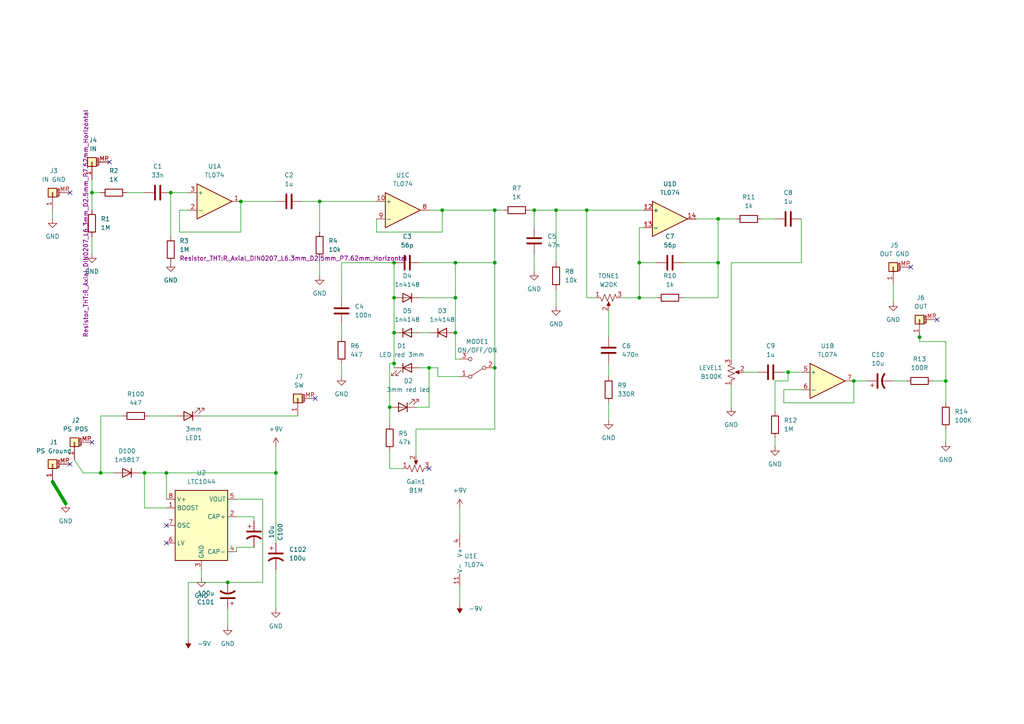
<source format=kicad_sch>
(kicad_sch
	(version 20231120)
	(generator "eeschema")
	(generator_version "8.0")
	(uuid "26f98f8a-0dc3-4ffa-a7ca-581704519656")
	(paper "A4")
	(lib_symbols
		(symbol "Amplifier_Operational:TL074"
			(pin_names
				(offset 0.127)
			)
			(exclude_from_sim no)
			(in_bom yes)
			(on_board yes)
			(property "Reference" "U"
				(at 0 5.08 0)
				(effects
					(font
						(size 1.27 1.27)
					)
					(justify left)
				)
			)
			(property "Value" "TL074"
				(at 0 -5.08 0)
				(effects
					(font
						(size 1.27 1.27)
					)
					(justify left)
				)
			)
			(property "Footprint" ""
				(at -1.27 2.54 0)
				(effects
					(font
						(size 1.27 1.27)
					)
					(hide yes)
				)
			)
			(property "Datasheet" "http://www.ti.com/lit/ds/symlink/tl071.pdf"
				(at 1.27 5.08 0)
				(effects
					(font
						(size 1.27 1.27)
					)
					(hide yes)
				)
			)
			(property "Description" "Quad Low-Noise JFET-Input Operational Amplifiers, DIP-14/SOIC-14"
				(at 0 0 0)
				(effects
					(font
						(size 1.27 1.27)
					)
					(hide yes)
				)
			)
			(property "ki_locked" ""
				(at 0 0 0)
				(effects
					(font
						(size 1.27 1.27)
					)
				)
			)
			(property "ki_keywords" "quad opamp"
				(at 0 0 0)
				(effects
					(font
						(size 1.27 1.27)
					)
					(hide yes)
				)
			)
			(property "ki_fp_filters" "SOIC*3.9x8.7mm*P1.27mm* DIP*W7.62mm* TSSOP*4.4x5mm*P0.65mm* SSOP*5.3x6.2mm*P0.65mm* MSOP*3x3mm*P0.5mm*"
				(at 0 0 0)
				(effects
					(font
						(size 1.27 1.27)
					)
					(hide yes)
				)
			)
			(symbol "TL074_1_1"
				(polyline
					(pts
						(xy -5.08 5.08) (xy 5.08 0) (xy -5.08 -5.08) (xy -5.08 5.08)
					)
					(stroke
						(width 0.254)
						(type default)
					)
					(fill
						(type background)
					)
				)
				(pin output line
					(at 7.62 0 180)
					(length 2.54)
					(name "~"
						(effects
							(font
								(size 1.27 1.27)
							)
						)
					)
					(number "1"
						(effects
							(font
								(size 1.27 1.27)
							)
						)
					)
				)
				(pin input line
					(at -7.62 -2.54 0)
					(length 2.54)
					(name "-"
						(effects
							(font
								(size 1.27 1.27)
							)
						)
					)
					(number "2"
						(effects
							(font
								(size 1.27 1.27)
							)
						)
					)
				)
				(pin input line
					(at -7.62 2.54 0)
					(length 2.54)
					(name "+"
						(effects
							(font
								(size 1.27 1.27)
							)
						)
					)
					(number "3"
						(effects
							(font
								(size 1.27 1.27)
							)
						)
					)
				)
			)
			(symbol "TL074_2_1"
				(polyline
					(pts
						(xy -5.08 5.08) (xy 5.08 0) (xy -5.08 -5.08) (xy -5.08 5.08)
					)
					(stroke
						(width 0.254)
						(type default)
					)
					(fill
						(type background)
					)
				)
				(pin input line
					(at -7.62 2.54 0)
					(length 2.54)
					(name "+"
						(effects
							(font
								(size 1.27 1.27)
							)
						)
					)
					(number "5"
						(effects
							(font
								(size 1.27 1.27)
							)
						)
					)
				)
				(pin input line
					(at -7.62 -2.54 0)
					(length 2.54)
					(name "-"
						(effects
							(font
								(size 1.27 1.27)
							)
						)
					)
					(number "6"
						(effects
							(font
								(size 1.27 1.27)
							)
						)
					)
				)
				(pin output line
					(at 7.62 0 180)
					(length 2.54)
					(name "~"
						(effects
							(font
								(size 1.27 1.27)
							)
						)
					)
					(number "7"
						(effects
							(font
								(size 1.27 1.27)
							)
						)
					)
				)
			)
			(symbol "TL074_3_1"
				(polyline
					(pts
						(xy -5.08 5.08) (xy 5.08 0) (xy -5.08 -5.08) (xy -5.08 5.08)
					)
					(stroke
						(width 0.254)
						(type default)
					)
					(fill
						(type background)
					)
				)
				(pin input line
					(at -7.62 2.54 0)
					(length 2.54)
					(name "+"
						(effects
							(font
								(size 1.27 1.27)
							)
						)
					)
					(number "10"
						(effects
							(font
								(size 1.27 1.27)
							)
						)
					)
				)
				(pin output line
					(at 7.62 0 180)
					(length 2.54)
					(name "~"
						(effects
							(font
								(size 1.27 1.27)
							)
						)
					)
					(number "8"
						(effects
							(font
								(size 1.27 1.27)
							)
						)
					)
				)
				(pin input line
					(at -7.62 -2.54 0)
					(length 2.54)
					(name "-"
						(effects
							(font
								(size 1.27 1.27)
							)
						)
					)
					(number "9"
						(effects
							(font
								(size 1.27 1.27)
							)
						)
					)
				)
			)
			(symbol "TL074_4_1"
				(polyline
					(pts
						(xy -5.08 5.08) (xy 5.08 0) (xy -5.08 -5.08) (xy -5.08 5.08)
					)
					(stroke
						(width 0.254)
						(type default)
					)
					(fill
						(type background)
					)
				)
				(pin input line
					(at -7.62 2.54 0)
					(length 2.54)
					(name "+"
						(effects
							(font
								(size 1.27 1.27)
							)
						)
					)
					(number "12"
						(effects
							(font
								(size 1.27 1.27)
							)
						)
					)
				)
				(pin input line
					(at -7.62 -2.54 0)
					(length 2.54)
					(name "-"
						(effects
							(font
								(size 1.27 1.27)
							)
						)
					)
					(number "13"
						(effects
							(font
								(size 1.27 1.27)
							)
						)
					)
				)
				(pin output line
					(at 7.62 0 180)
					(length 2.54)
					(name "~"
						(effects
							(font
								(size 1.27 1.27)
							)
						)
					)
					(number "14"
						(effects
							(font
								(size 1.27 1.27)
							)
						)
					)
				)
			)
			(symbol "TL074_5_1"
				(pin power_in line
					(at -2.54 -7.62 90)
					(length 3.81)
					(name "V-"
						(effects
							(font
								(size 1.27 1.27)
							)
						)
					)
					(number "11"
						(effects
							(font
								(size 1.27 1.27)
							)
						)
					)
				)
				(pin power_in line
					(at -2.54 7.62 270)
					(length 3.81)
					(name "V+"
						(effects
							(font
								(size 1.27 1.27)
							)
						)
					)
					(number "4"
						(effects
							(font
								(size 1.27 1.27)
							)
						)
					)
				)
			)
		)
		(symbol "Connector_Generic_MountingPin:Conn_01x01_MountingPin"
			(pin_names
				(offset 1.016) hide)
			(exclude_from_sim no)
			(in_bom yes)
			(on_board yes)
			(property "Reference" "J"
				(at 0 2.54 0)
				(effects
					(font
						(size 1.27 1.27)
					)
				)
			)
			(property "Value" "Conn_01x01_MountingPin"
				(at 1.27 -2.54 0)
				(effects
					(font
						(size 1.27 1.27)
					)
					(justify left)
				)
			)
			(property "Footprint" ""
				(at 0 0 0)
				(effects
					(font
						(size 1.27 1.27)
					)
					(hide yes)
				)
			)
			(property "Datasheet" "~"
				(at 0 0 0)
				(effects
					(font
						(size 1.27 1.27)
					)
					(hide yes)
				)
			)
			(property "Description" "Generic connectable mounting pin connector, single row, 01x01, script generated (kicad-library-utils/schlib/autogen/connector/)"
				(at 0 0 0)
				(effects
					(font
						(size 1.27 1.27)
					)
					(hide yes)
				)
			)
			(property "ki_keywords" "connector"
				(at 0 0 0)
				(effects
					(font
						(size 1.27 1.27)
					)
					(hide yes)
				)
			)
			(property "ki_fp_filters" "Connector*:*_1x??-1MP*"
				(at 0 0 0)
				(effects
					(font
						(size 1.27 1.27)
					)
					(hide yes)
				)
			)
			(symbol "Conn_01x01_MountingPin_1_1"
				(rectangle
					(start -1.27 0.127)
					(end 0 -0.127)
					(stroke
						(width 0.1524)
						(type default)
					)
					(fill
						(type none)
					)
				)
				(rectangle
					(start -1.27 1.27)
					(end 1.27 -1.27)
					(stroke
						(width 0.254)
						(type default)
					)
					(fill
						(type background)
					)
				)
				(polyline
					(pts
						(xy -1.016 -2.032) (xy 1.016 -2.032)
					)
					(stroke
						(width 0.1524)
						(type default)
					)
					(fill
						(type none)
					)
				)
				(text "Mounting"
					(at 0 -1.651 0)
					(effects
						(font
							(size 0.381 0.381)
						)
					)
				)
				(pin passive line
					(at -5.08 0 0)
					(length 3.81)
					(name "Pin_1"
						(effects
							(font
								(size 1.27 1.27)
							)
						)
					)
					(number "1"
						(effects
							(font
								(size 1.27 1.27)
							)
						)
					)
				)
				(pin passive line
					(at 0 -5.08 90)
					(length 3.048)
					(name "MountPin"
						(effects
							(font
								(size 1.27 1.27)
							)
						)
					)
					(number "MP"
						(effects
							(font
								(size 1.27 1.27)
							)
						)
					)
				)
			)
		)
		(symbol "Device:C"
			(pin_numbers hide)
			(pin_names
				(offset 0.254)
			)
			(exclude_from_sim no)
			(in_bom yes)
			(on_board yes)
			(property "Reference" "C"
				(at 0.635 2.54 0)
				(effects
					(font
						(size 1.27 1.27)
					)
					(justify left)
				)
			)
			(property "Value" "C"
				(at 0.635 -2.54 0)
				(effects
					(font
						(size 1.27 1.27)
					)
					(justify left)
				)
			)
			(property "Footprint" ""
				(at 0.9652 -3.81 0)
				(effects
					(font
						(size 1.27 1.27)
					)
					(hide yes)
				)
			)
			(property "Datasheet" "~"
				(at 0 0 0)
				(effects
					(font
						(size 1.27 1.27)
					)
					(hide yes)
				)
			)
			(property "Description" "Unpolarized capacitor"
				(at 0 0 0)
				(effects
					(font
						(size 1.27 1.27)
					)
					(hide yes)
				)
			)
			(property "ki_keywords" "cap capacitor"
				(at 0 0 0)
				(effects
					(font
						(size 1.27 1.27)
					)
					(hide yes)
				)
			)
			(property "ki_fp_filters" "C_*"
				(at 0 0 0)
				(effects
					(font
						(size 1.27 1.27)
					)
					(hide yes)
				)
			)
			(symbol "C_0_1"
				(polyline
					(pts
						(xy -2.032 -0.762) (xy 2.032 -0.762)
					)
					(stroke
						(width 0.508)
						(type default)
					)
					(fill
						(type none)
					)
				)
				(polyline
					(pts
						(xy -2.032 0.762) (xy 2.032 0.762)
					)
					(stroke
						(width 0.508)
						(type default)
					)
					(fill
						(type none)
					)
				)
			)
			(symbol "C_1_1"
				(pin passive line
					(at 0 3.81 270)
					(length 2.794)
					(name "~"
						(effects
							(font
								(size 1.27 1.27)
							)
						)
					)
					(number "1"
						(effects
							(font
								(size 1.27 1.27)
							)
						)
					)
				)
				(pin passive line
					(at 0 -3.81 90)
					(length 2.794)
					(name "~"
						(effects
							(font
								(size 1.27 1.27)
							)
						)
					)
					(number "2"
						(effects
							(font
								(size 1.27 1.27)
							)
						)
					)
				)
			)
		)
		(symbol "Device:C_Polarized_US"
			(pin_numbers hide)
			(pin_names
				(offset 0.254) hide)
			(exclude_from_sim no)
			(in_bom yes)
			(on_board yes)
			(property "Reference" "C"
				(at 0.635 2.54 0)
				(effects
					(font
						(size 1.27 1.27)
					)
					(justify left)
				)
			)
			(property "Value" "C_Polarized_US"
				(at 0.635 -2.54 0)
				(effects
					(font
						(size 1.27 1.27)
					)
					(justify left)
				)
			)
			(property "Footprint" ""
				(at 0 0 0)
				(effects
					(font
						(size 1.27 1.27)
					)
					(hide yes)
				)
			)
			(property "Datasheet" "~"
				(at 0 0 0)
				(effects
					(font
						(size 1.27 1.27)
					)
					(hide yes)
				)
			)
			(property "Description" "Polarized capacitor, US symbol"
				(at 0 0 0)
				(effects
					(font
						(size 1.27 1.27)
					)
					(hide yes)
				)
			)
			(property "ki_keywords" "cap capacitor"
				(at 0 0 0)
				(effects
					(font
						(size 1.27 1.27)
					)
					(hide yes)
				)
			)
			(property "ki_fp_filters" "CP_*"
				(at 0 0 0)
				(effects
					(font
						(size 1.27 1.27)
					)
					(hide yes)
				)
			)
			(symbol "C_Polarized_US_0_1"
				(polyline
					(pts
						(xy -2.032 0.762) (xy 2.032 0.762)
					)
					(stroke
						(width 0.508)
						(type default)
					)
					(fill
						(type none)
					)
				)
				(polyline
					(pts
						(xy -1.778 2.286) (xy -0.762 2.286)
					)
					(stroke
						(width 0)
						(type default)
					)
					(fill
						(type none)
					)
				)
				(polyline
					(pts
						(xy -1.27 1.778) (xy -1.27 2.794)
					)
					(stroke
						(width 0)
						(type default)
					)
					(fill
						(type none)
					)
				)
				(arc
					(start 2.032 -1.27)
					(mid 0 -0.5572)
					(end -2.032 -1.27)
					(stroke
						(width 0.508)
						(type default)
					)
					(fill
						(type none)
					)
				)
			)
			(symbol "C_Polarized_US_1_1"
				(pin passive line
					(at 0 3.81 270)
					(length 2.794)
					(name "~"
						(effects
							(font
								(size 1.27 1.27)
							)
						)
					)
					(number "1"
						(effects
							(font
								(size 1.27 1.27)
							)
						)
					)
				)
				(pin passive line
					(at 0 -3.81 90)
					(length 3.302)
					(name "~"
						(effects
							(font
								(size 1.27 1.27)
							)
						)
					)
					(number "2"
						(effects
							(font
								(size 1.27 1.27)
							)
						)
					)
				)
			)
		)
		(symbol "Device:D"
			(pin_numbers hide)
			(pin_names
				(offset 1.016) hide)
			(exclude_from_sim no)
			(in_bom yes)
			(on_board yes)
			(property "Reference" "D"
				(at 0 2.54 0)
				(effects
					(font
						(size 1.27 1.27)
					)
				)
			)
			(property "Value" "D"
				(at 0 -2.54 0)
				(effects
					(font
						(size 1.27 1.27)
					)
				)
			)
			(property "Footprint" ""
				(at 0 0 0)
				(effects
					(font
						(size 1.27 1.27)
					)
					(hide yes)
				)
			)
			(property "Datasheet" "~"
				(at 0 0 0)
				(effects
					(font
						(size 1.27 1.27)
					)
					(hide yes)
				)
			)
			(property "Description" "Diode"
				(at 0 0 0)
				(effects
					(font
						(size 1.27 1.27)
					)
					(hide yes)
				)
			)
			(property "ki_keywords" "diode"
				(at 0 0 0)
				(effects
					(font
						(size 1.27 1.27)
					)
					(hide yes)
				)
			)
			(property "ki_fp_filters" "TO-???* *_Diode_* *SingleDiode* D_*"
				(at 0 0 0)
				(effects
					(font
						(size 1.27 1.27)
					)
					(hide yes)
				)
			)
			(symbol "D_0_1"
				(polyline
					(pts
						(xy -1.27 1.27) (xy -1.27 -1.27)
					)
					(stroke
						(width 0.254)
						(type default)
					)
					(fill
						(type none)
					)
				)
				(polyline
					(pts
						(xy 1.27 0) (xy -1.27 0)
					)
					(stroke
						(width 0)
						(type default)
					)
					(fill
						(type none)
					)
				)
				(polyline
					(pts
						(xy 1.27 1.27) (xy 1.27 -1.27) (xy -1.27 0) (xy 1.27 1.27)
					)
					(stroke
						(width 0.254)
						(type default)
					)
					(fill
						(type none)
					)
				)
			)
			(symbol "D_1_1"
				(pin passive line
					(at -3.81 0 0)
					(length 2.54)
					(name "K"
						(effects
							(font
								(size 1.27 1.27)
							)
						)
					)
					(number "1"
						(effects
							(font
								(size 1.27 1.27)
							)
						)
					)
				)
				(pin passive line
					(at 3.81 0 180)
					(length 2.54)
					(name "A"
						(effects
							(font
								(size 1.27 1.27)
							)
						)
					)
					(number "2"
						(effects
							(font
								(size 1.27 1.27)
							)
						)
					)
				)
			)
		)
		(symbol "Device:LED"
			(pin_numbers hide)
			(pin_names
				(offset 1.016) hide)
			(exclude_from_sim no)
			(in_bom yes)
			(on_board yes)
			(property "Reference" "D"
				(at 0 2.54 0)
				(effects
					(font
						(size 1.27 1.27)
					)
				)
			)
			(property "Value" "LED"
				(at 0 -2.54 0)
				(effects
					(font
						(size 1.27 1.27)
					)
				)
			)
			(property "Footprint" ""
				(at 0 0 0)
				(effects
					(font
						(size 1.27 1.27)
					)
					(hide yes)
				)
			)
			(property "Datasheet" "~"
				(at 0 0 0)
				(effects
					(font
						(size 1.27 1.27)
					)
					(hide yes)
				)
			)
			(property "Description" "Light emitting diode"
				(at 0 0 0)
				(effects
					(font
						(size 1.27 1.27)
					)
					(hide yes)
				)
			)
			(property "ki_keywords" "LED diode"
				(at 0 0 0)
				(effects
					(font
						(size 1.27 1.27)
					)
					(hide yes)
				)
			)
			(property "ki_fp_filters" "LED* LED_SMD:* LED_THT:*"
				(at 0 0 0)
				(effects
					(font
						(size 1.27 1.27)
					)
					(hide yes)
				)
			)
			(symbol "LED_0_1"
				(polyline
					(pts
						(xy -1.27 -1.27) (xy -1.27 1.27)
					)
					(stroke
						(width 0.254)
						(type default)
					)
					(fill
						(type none)
					)
				)
				(polyline
					(pts
						(xy -1.27 0) (xy 1.27 0)
					)
					(stroke
						(width 0)
						(type default)
					)
					(fill
						(type none)
					)
				)
				(polyline
					(pts
						(xy 1.27 -1.27) (xy 1.27 1.27) (xy -1.27 0) (xy 1.27 -1.27)
					)
					(stroke
						(width 0.254)
						(type default)
					)
					(fill
						(type none)
					)
				)
				(polyline
					(pts
						(xy -3.048 -0.762) (xy -4.572 -2.286) (xy -3.81 -2.286) (xy -4.572 -2.286) (xy -4.572 -1.524)
					)
					(stroke
						(width 0)
						(type default)
					)
					(fill
						(type none)
					)
				)
				(polyline
					(pts
						(xy -1.778 -0.762) (xy -3.302 -2.286) (xy -2.54 -2.286) (xy -3.302 -2.286) (xy -3.302 -1.524)
					)
					(stroke
						(width 0)
						(type default)
					)
					(fill
						(type none)
					)
				)
			)
			(symbol "LED_1_1"
				(pin passive line
					(at -3.81 0 0)
					(length 2.54)
					(name "K"
						(effects
							(font
								(size 1.27 1.27)
							)
						)
					)
					(number "1"
						(effects
							(font
								(size 1.27 1.27)
							)
						)
					)
				)
				(pin passive line
					(at 3.81 0 180)
					(length 2.54)
					(name "A"
						(effects
							(font
								(size 1.27 1.27)
							)
						)
					)
					(number "2"
						(effects
							(font
								(size 1.27 1.27)
							)
						)
					)
				)
			)
		)
		(symbol "Device:R"
			(pin_numbers hide)
			(pin_names
				(offset 0)
			)
			(exclude_from_sim no)
			(in_bom yes)
			(on_board yes)
			(property "Reference" "R"
				(at 2.032 0 90)
				(effects
					(font
						(size 1.27 1.27)
					)
				)
			)
			(property "Value" "R"
				(at 0 0 90)
				(effects
					(font
						(size 1.27 1.27)
					)
				)
			)
			(property "Footprint" ""
				(at -1.778 0 90)
				(effects
					(font
						(size 1.27 1.27)
					)
					(hide yes)
				)
			)
			(property "Datasheet" "~"
				(at 0 0 0)
				(effects
					(font
						(size 1.27 1.27)
					)
					(hide yes)
				)
			)
			(property "Description" "Resistor"
				(at 0 0 0)
				(effects
					(font
						(size 1.27 1.27)
					)
					(hide yes)
				)
			)
			(property "ki_keywords" "R res resistor"
				(at 0 0 0)
				(effects
					(font
						(size 1.27 1.27)
					)
					(hide yes)
				)
			)
			(property "ki_fp_filters" "R_*"
				(at 0 0 0)
				(effects
					(font
						(size 1.27 1.27)
					)
					(hide yes)
				)
			)
			(symbol "R_0_1"
				(rectangle
					(start -1.016 -2.54)
					(end 1.016 2.54)
					(stroke
						(width 0.254)
						(type default)
					)
					(fill
						(type none)
					)
				)
			)
			(symbol "R_1_1"
				(pin passive line
					(at 0 3.81 270)
					(length 1.27)
					(name "~"
						(effects
							(font
								(size 1.27 1.27)
							)
						)
					)
					(number "1"
						(effects
							(font
								(size 1.27 1.27)
							)
						)
					)
				)
				(pin passive line
					(at 0 -3.81 90)
					(length 1.27)
					(name "~"
						(effects
							(font
								(size 1.27 1.27)
							)
						)
					)
					(number "2"
						(effects
							(font
								(size 1.27 1.27)
							)
						)
					)
				)
			)
		)
		(symbol "Device:R_Potentiometer_US"
			(pin_names
				(offset 1.016) hide)
			(exclude_from_sim no)
			(in_bom yes)
			(on_board yes)
			(property "Reference" "RV"
				(at -4.445 0 90)
				(effects
					(font
						(size 1.27 1.27)
					)
				)
			)
			(property "Value" "R_Potentiometer_US"
				(at -2.54 0 90)
				(effects
					(font
						(size 1.27 1.27)
					)
				)
			)
			(property "Footprint" ""
				(at 0 0 0)
				(effects
					(font
						(size 1.27 1.27)
					)
					(hide yes)
				)
			)
			(property "Datasheet" "~"
				(at 0 0 0)
				(effects
					(font
						(size 1.27 1.27)
					)
					(hide yes)
				)
			)
			(property "Description" "Potentiometer, US symbol"
				(at 0 0 0)
				(effects
					(font
						(size 1.27 1.27)
					)
					(hide yes)
				)
			)
			(property "ki_keywords" "resistor variable"
				(at 0 0 0)
				(effects
					(font
						(size 1.27 1.27)
					)
					(hide yes)
				)
			)
			(property "ki_fp_filters" "Potentiometer*"
				(at 0 0 0)
				(effects
					(font
						(size 1.27 1.27)
					)
					(hide yes)
				)
			)
			(symbol "R_Potentiometer_US_0_1"
				(polyline
					(pts
						(xy 0 -2.286) (xy 0 -2.54)
					)
					(stroke
						(width 0)
						(type default)
					)
					(fill
						(type none)
					)
				)
				(polyline
					(pts
						(xy 0 2.54) (xy 0 2.286)
					)
					(stroke
						(width 0)
						(type default)
					)
					(fill
						(type none)
					)
				)
				(polyline
					(pts
						(xy 2.54 0) (xy 1.524 0)
					)
					(stroke
						(width 0)
						(type default)
					)
					(fill
						(type none)
					)
				)
				(polyline
					(pts
						(xy 1.143 0) (xy 2.286 0.508) (xy 2.286 -0.508) (xy 1.143 0)
					)
					(stroke
						(width 0)
						(type default)
					)
					(fill
						(type outline)
					)
				)
				(polyline
					(pts
						(xy 0 -0.762) (xy 1.016 -1.143) (xy 0 -1.524) (xy -1.016 -1.905) (xy 0 -2.286)
					)
					(stroke
						(width 0)
						(type default)
					)
					(fill
						(type none)
					)
				)
				(polyline
					(pts
						(xy 0 0.762) (xy 1.016 0.381) (xy 0 0) (xy -1.016 -0.381) (xy 0 -0.762)
					)
					(stroke
						(width 0)
						(type default)
					)
					(fill
						(type none)
					)
				)
				(polyline
					(pts
						(xy 0 2.286) (xy 1.016 1.905) (xy 0 1.524) (xy -1.016 1.143) (xy 0 0.762)
					)
					(stroke
						(width 0)
						(type default)
					)
					(fill
						(type none)
					)
				)
			)
			(symbol "R_Potentiometer_US_1_1"
				(pin passive line
					(at 0 3.81 270)
					(length 1.27)
					(name "1"
						(effects
							(font
								(size 1.27 1.27)
							)
						)
					)
					(number "1"
						(effects
							(font
								(size 1.27 1.27)
							)
						)
					)
				)
				(pin passive line
					(at 3.81 0 180)
					(length 1.27)
					(name "2"
						(effects
							(font
								(size 1.27 1.27)
							)
						)
					)
					(number "2"
						(effects
							(font
								(size 1.27 1.27)
							)
						)
					)
				)
				(pin passive line
					(at 0 -3.81 90)
					(length 1.27)
					(name "3"
						(effects
							(font
								(size 1.27 1.27)
							)
						)
					)
					(number "3"
						(effects
							(font
								(size 1.27 1.27)
							)
						)
					)
				)
			)
		)
		(symbol "Regulator_SwitchedCapacitor:LTC1044"
			(exclude_from_sim no)
			(in_bom yes)
			(on_board yes)
			(property "Reference" "U"
				(at -6.35 11.43 0)
				(effects
					(font
						(size 1.27 1.27)
					)
				)
			)
			(property "Value" "LTC1044"
				(at 3.81 11.43 0)
				(effects
					(font
						(size 1.27 1.27)
					)
				)
			)
			(property "Footprint" ""
				(at 2.54 -2.54 0)
				(effects
					(font
						(size 1.27 1.27)
					)
					(hide yes)
				)
			)
			(property "Datasheet" "https://www.analog.com/media/en/technical-documentation/data-sheets/lt1044.pdf"
				(at 2.54 -2.54 0)
				(effects
					(font
						(size 1.27 1.27)
					)
					(hide yes)
				)
			)
			(property "Description" "Switched Capacitor Voltage Converter, 1.5V to 9V supply operation, 200uA Max No Load Supply Current at 5V, DIP-8/TO-99"
				(at 0 0 0)
				(effects
					(font
						(size 1.27 1.27)
					)
					(hide yes)
				)
			)
			(property "ki_keywords" "monolithic CMOS switched capacitor voltage converter invert double divide multiply boost"
				(at 0 0 0)
				(effects
					(font
						(size 1.27 1.27)
					)
					(hide yes)
				)
			)
			(property "ki_fp_filters" "DIP*W7.62mm* TO?99*"
				(at 0 0 0)
				(effects
					(font
						(size 1.27 1.27)
					)
					(hide yes)
				)
			)
			(symbol "LTC1044_0_1"
				(rectangle
					(start -7.62 10.16)
					(end 7.62 -10.16)
					(stroke
						(width 0.254)
						(type default)
					)
					(fill
						(type background)
					)
				)
			)
			(symbol "LTC1044_1_1"
				(pin input line
					(at -10.16 5.08 0)
					(length 2.54)
					(name "BOOST"
						(effects
							(font
								(size 1.27 1.27)
							)
						)
					)
					(number "1"
						(effects
							(font
								(size 1.27 1.27)
							)
						)
					)
				)
				(pin input line
					(at 10.16 2.54 180)
					(length 2.54)
					(name "CAP+"
						(effects
							(font
								(size 1.27 1.27)
							)
						)
					)
					(number "2"
						(effects
							(font
								(size 1.27 1.27)
							)
						)
					)
				)
				(pin power_in line
					(at 0 -12.7 90)
					(length 2.54)
					(name "GND"
						(effects
							(font
								(size 1.27 1.27)
							)
						)
					)
					(number "3"
						(effects
							(font
								(size 1.27 1.27)
							)
						)
					)
				)
				(pin input line
					(at 10.16 -7.62 180)
					(length 2.54)
					(name "CAP-"
						(effects
							(font
								(size 1.27 1.27)
							)
						)
					)
					(number "4"
						(effects
							(font
								(size 1.27 1.27)
							)
						)
					)
				)
				(pin power_out line
					(at 10.16 7.62 180)
					(length 2.54)
					(name "VOUT"
						(effects
							(font
								(size 1.27 1.27)
							)
						)
					)
					(number "5"
						(effects
							(font
								(size 1.27 1.27)
							)
						)
					)
				)
				(pin input line
					(at -10.16 -5.08 0)
					(length 2.54)
					(name "LV"
						(effects
							(font
								(size 1.27 1.27)
							)
						)
					)
					(number "6"
						(effects
							(font
								(size 1.27 1.27)
							)
						)
					)
				)
				(pin input line
					(at -10.16 0 0)
					(length 2.54)
					(name "OSC"
						(effects
							(font
								(size 1.27 1.27)
							)
						)
					)
					(number "7"
						(effects
							(font
								(size 1.27 1.27)
							)
						)
					)
				)
				(pin power_in line
					(at -10.16 7.62 0)
					(length 2.54)
					(name "V+"
						(effects
							(font
								(size 1.27 1.27)
							)
						)
					)
					(number "8"
						(effects
							(font
								(size 1.27 1.27)
							)
						)
					)
				)
			)
		)
		(symbol "Switch:SW_SPDT"
			(pin_names
				(offset 0) hide)
			(exclude_from_sim no)
			(in_bom yes)
			(on_board yes)
			(property "Reference" "SW"
				(at 0 4.318 0)
				(effects
					(font
						(size 1.27 1.27)
					)
				)
			)
			(property "Value" "SW_SPDT"
				(at 0 -5.08 0)
				(effects
					(font
						(size 1.27 1.27)
					)
				)
			)
			(property "Footprint" ""
				(at 0 0 0)
				(effects
					(font
						(size 1.27 1.27)
					)
					(hide yes)
				)
			)
			(property "Datasheet" "~"
				(at 0 0 0)
				(effects
					(font
						(size 1.27 1.27)
					)
					(hide yes)
				)
			)
			(property "Description" "Switch, single pole double throw"
				(at 0 0 0)
				(effects
					(font
						(size 1.27 1.27)
					)
					(hide yes)
				)
			)
			(property "ki_keywords" "switch single-pole double-throw spdt ON-ON"
				(at 0 0 0)
				(effects
					(font
						(size 1.27 1.27)
					)
					(hide yes)
				)
			)
			(symbol "SW_SPDT_0_0"
				(circle
					(center -2.032 0)
					(radius 0.508)
					(stroke
						(width 0)
						(type default)
					)
					(fill
						(type none)
					)
				)
				(circle
					(center 2.032 -2.54)
					(radius 0.508)
					(stroke
						(width 0)
						(type default)
					)
					(fill
						(type none)
					)
				)
			)
			(symbol "SW_SPDT_0_1"
				(polyline
					(pts
						(xy -1.524 0.254) (xy 1.651 2.286)
					)
					(stroke
						(width 0)
						(type default)
					)
					(fill
						(type none)
					)
				)
				(circle
					(center 2.032 2.54)
					(radius 0.508)
					(stroke
						(width 0)
						(type default)
					)
					(fill
						(type none)
					)
				)
			)
			(symbol "SW_SPDT_1_1"
				(pin passive line
					(at 5.08 2.54 180)
					(length 2.54)
					(name "A"
						(effects
							(font
								(size 1.27 1.27)
							)
						)
					)
					(number "1"
						(effects
							(font
								(size 1.27 1.27)
							)
						)
					)
				)
				(pin passive line
					(at -5.08 0 0)
					(length 2.54)
					(name "B"
						(effects
							(font
								(size 1.27 1.27)
							)
						)
					)
					(number "2"
						(effects
							(font
								(size 1.27 1.27)
							)
						)
					)
				)
				(pin passive line
					(at 5.08 -2.54 180)
					(length 2.54)
					(name "C"
						(effects
							(font
								(size 1.27 1.27)
							)
						)
					)
					(number "3"
						(effects
							(font
								(size 1.27 1.27)
							)
						)
					)
				)
			)
		)
		(symbol "power:+9V"
			(power)
			(pin_names
				(offset 0)
			)
			(exclude_from_sim no)
			(in_bom yes)
			(on_board yes)
			(property "Reference" "#PWR"
				(at 0 -3.81 0)
				(effects
					(font
						(size 1.27 1.27)
					)
					(hide yes)
				)
			)
			(property "Value" "+9V"
				(at 0 3.556 0)
				(effects
					(font
						(size 1.27 1.27)
					)
				)
			)
			(property "Footprint" ""
				(at 0 0 0)
				(effects
					(font
						(size 1.27 1.27)
					)
					(hide yes)
				)
			)
			(property "Datasheet" ""
				(at 0 0 0)
				(effects
					(font
						(size 1.27 1.27)
					)
					(hide yes)
				)
			)
			(property "Description" "Power symbol creates a global label with name \"+9V\""
				(at 0 0 0)
				(effects
					(font
						(size 1.27 1.27)
					)
					(hide yes)
				)
			)
			(property "ki_keywords" "power-flag"
				(at 0 0 0)
				(effects
					(font
						(size 1.27 1.27)
					)
					(hide yes)
				)
			)
			(symbol "+9V_0_1"
				(polyline
					(pts
						(xy -0.762 1.27) (xy 0 2.54)
					)
					(stroke
						(width 0)
						(type default)
					)
					(fill
						(type none)
					)
				)
				(polyline
					(pts
						(xy 0 0) (xy 0 2.54)
					)
					(stroke
						(width 0)
						(type default)
					)
					(fill
						(type none)
					)
				)
				(polyline
					(pts
						(xy 0 2.54) (xy 0.762 1.27)
					)
					(stroke
						(width 0)
						(type default)
					)
					(fill
						(type none)
					)
				)
			)
			(symbol "+9V_1_1"
				(pin power_in line
					(at 0 0 90)
					(length 0) hide
					(name "+9V"
						(effects
							(font
								(size 1.27 1.27)
							)
						)
					)
					(number "1"
						(effects
							(font
								(size 1.27 1.27)
							)
						)
					)
				)
			)
		)
		(symbol "power:-9V"
			(power)
			(pin_names
				(offset 0)
			)
			(exclude_from_sim no)
			(in_bom yes)
			(on_board yes)
			(property "Reference" "#PWR"
				(at 0 -3.175 0)
				(effects
					(font
						(size 1.27 1.27)
					)
					(hide yes)
				)
			)
			(property "Value" "-9V"
				(at 0 3.81 0)
				(effects
					(font
						(size 1.27 1.27)
					)
				)
			)
			(property "Footprint" ""
				(at 0 0 0)
				(effects
					(font
						(size 1.27 1.27)
					)
					(hide yes)
				)
			)
			(property "Datasheet" ""
				(at 0 0 0)
				(effects
					(font
						(size 1.27 1.27)
					)
					(hide yes)
				)
			)
			(property "Description" "Power symbol creates a global label with name \"-9V\""
				(at 0 0 0)
				(effects
					(font
						(size 1.27 1.27)
					)
					(hide yes)
				)
			)
			(property "ki_keywords" "power-flag"
				(at 0 0 0)
				(effects
					(font
						(size 1.27 1.27)
					)
					(hide yes)
				)
			)
			(symbol "-9V_0_1"
				(polyline
					(pts
						(xy 0 0) (xy 0 2.54)
					)
					(stroke
						(width 0)
						(type default)
					)
					(fill
						(type none)
					)
				)
				(polyline
					(pts
						(xy 0.762 1.27) (xy -0.762 1.27) (xy 0 2.54) (xy 0.762 1.27)
					)
					(stroke
						(width 0)
						(type default)
					)
					(fill
						(type outline)
					)
				)
			)
			(symbol "-9V_1_1"
				(pin power_in line
					(at 0 0 90)
					(length 0) hide
					(name "-9V"
						(effects
							(font
								(size 1.27 1.27)
							)
						)
					)
					(number "1"
						(effects
							(font
								(size 1.27 1.27)
							)
						)
					)
				)
			)
		)
		(symbol "power:GND"
			(power)
			(pin_names
				(offset 0)
			)
			(exclude_from_sim no)
			(in_bom yes)
			(on_board yes)
			(property "Reference" "#PWR"
				(at 0 -6.35 0)
				(effects
					(font
						(size 1.27 1.27)
					)
					(hide yes)
				)
			)
			(property "Value" "GND"
				(at 0 -3.81 0)
				(effects
					(font
						(size 1.27 1.27)
					)
				)
			)
			(property "Footprint" ""
				(at 0 0 0)
				(effects
					(font
						(size 1.27 1.27)
					)
					(hide yes)
				)
			)
			(property "Datasheet" ""
				(at 0 0 0)
				(effects
					(font
						(size 1.27 1.27)
					)
					(hide yes)
				)
			)
			(property "Description" "Power symbol creates a global label with name \"GND\" , ground"
				(at 0 0 0)
				(effects
					(font
						(size 1.27 1.27)
					)
					(hide yes)
				)
			)
			(property "ki_keywords" "power-flag"
				(at 0 0 0)
				(effects
					(font
						(size 1.27 1.27)
					)
					(hide yes)
				)
			)
			(symbol "GND_0_1"
				(polyline
					(pts
						(xy 0 0) (xy 0 -1.27) (xy 1.27 -1.27) (xy 0 -2.54) (xy -1.27 -1.27) (xy 0 -1.27)
					)
					(stroke
						(width 0)
						(type default)
					)
					(fill
						(type none)
					)
				)
			)
			(symbol "GND_1_1"
				(pin power_in line
					(at 0 0 270)
					(length 0) hide
					(name "GND"
						(effects
							(font
								(size 1.27 1.27)
							)
						)
					)
					(number "1"
						(effects
							(font
								(size 1.27 1.27)
							)
						)
					)
				)
			)
		)
	)
	(junction
		(at 143.51 60.96)
		(diameter 0)
		(color 0 0 0 0)
		(uuid "034eb64c-a8ef-435c-9b87-ca6cfcba9e26")
	)
	(junction
		(at 132.08 86.36)
		(diameter 0)
		(color 0 0 0 0)
		(uuid "1420c5c5-5929-4e17-b7f5-03cf48346f3c")
	)
	(junction
		(at 66.04 168.91)
		(diameter 0)
		(color 0 0 0 0)
		(uuid "1515a5d1-e4cc-4671-bca0-5d3a087dad82")
	)
	(junction
		(at 41.91 137.16)
		(diameter 0)
		(color 0 0 0 0)
		(uuid "16dbd415-0999-49aa-b6f0-8dce688555a8")
	)
	(junction
		(at 247.65 110.49)
		(diameter 0)
		(color 0 0 0 0)
		(uuid "19ec656f-307b-4ca3-a3e0-3a41f7b58c87")
	)
	(junction
		(at 185.42 76.2)
		(diameter 0)
		(color 0 0 0 0)
		(uuid "1c0ace4f-0aca-4eb1-abed-e044f4e9a3ee")
	)
	(junction
		(at 29.21 137.16)
		(diameter 0)
		(color 0 0 0 0)
		(uuid "1dc926d7-6290-42e8-8ff1-4a72e9bdc1a4")
	)
	(junction
		(at 208.28 63.5)
		(diameter 0)
		(color 0 0 0 0)
		(uuid "1f4e591c-bd19-437b-a630-cf6c1d10116a")
	)
	(junction
		(at 274.32 110.49)
		(diameter 0)
		(color 0 0 0 0)
		(uuid "22276a98-b025-42a5-86e8-17e6e45e7e96")
	)
	(junction
		(at 80.01 137.16)
		(diameter 0)
		(color 0 0 0 0)
		(uuid "2305ab8b-2c18-4e52-8990-6277405eafc1")
	)
	(junction
		(at 69.85 58.42)
		(diameter 0)
		(color 0 0 0 0)
		(uuid "2faad7ae-5e19-461f-a7f3-31c8423fa886")
	)
	(junction
		(at 128.27 60.96)
		(diameter 0)
		(color 0 0 0 0)
		(uuid "3424b412-d405-4387-aecb-714a05f7b980")
	)
	(junction
		(at 161.29 60.96)
		(diameter 0)
		(color 0 0 0 0)
		(uuid "3632e5a8-2e47-4356-a41c-e65e94e36da0")
	)
	(junction
		(at 208.28 76.2)
		(diameter 0)
		(color 0 0 0 0)
		(uuid "46dbbbe3-3751-4068-92c8-942fb7ee83c2")
	)
	(junction
		(at 132.08 96.52)
		(diameter 0)
		(color 0 0 0 0)
		(uuid "49dc440b-b863-4433-a2fb-3e46d7ed7a6a")
	)
	(junction
		(at 114.3 96.52)
		(diameter 0)
		(color 0 0 0 0)
		(uuid "4d0df3e3-e047-487e-8c1e-5148d668d2d6")
	)
	(junction
		(at 113.03 118.11)
		(diameter 0)
		(color 0 0 0 0)
		(uuid "8fa6ca44-cafe-41a5-a569-766032c573ec")
	)
	(junction
		(at 26.67 55.88)
		(diameter 0)
		(color 0 0 0 0)
		(uuid "91900313-80bc-4d1c-ae9c-90a2d3e46875")
	)
	(junction
		(at 132.08 76.2)
		(diameter 0)
		(color 0 0 0 0)
		(uuid "927c4c70-dea3-4614-b5e7-d4d56b5d91c1")
	)
	(junction
		(at 124.46 106.68)
		(diameter 0)
		(color 0 0 0 0)
		(uuid "94f5b152-44b2-465a-9aaf-52ae83f002d7")
	)
	(junction
		(at 49.53 55.88)
		(diameter 0)
		(color 0 0 0 0)
		(uuid "a01bec98-e14e-487a-bb59-18cd0e97030b")
	)
	(junction
		(at 114.3 76.2)
		(diameter 0)
		(color 0 0 0 0)
		(uuid "a0bb43fa-0de9-4de4-9fb2-51e114d8f8c1")
	)
	(junction
		(at 143.51 106.68)
		(diameter 0)
		(color 0 0 0 0)
		(uuid "adaea0c5-289a-4e63-abb8-d7a9d1d70cf5")
	)
	(junction
		(at 114.3 105.41)
		(diameter 0)
		(color 0 0 0 0)
		(uuid "b037f5a6-397b-4582-9f82-919046c7f50c")
	)
	(junction
		(at 92.71 58.42)
		(diameter 0)
		(color 0 0 0 0)
		(uuid "b6d8491e-dc60-4b1e-b030-39fb3bfde45d")
	)
	(junction
		(at 154.94 60.96)
		(diameter 0)
		(color 0 0 0 0)
		(uuid "b6eead12-ba8d-4ff6-a97c-dac735970476")
	)
	(junction
		(at 114.3 86.36)
		(diameter 0)
		(color 0 0 0 0)
		(uuid "b9dd971a-610a-4283-8caa-d055fc8ffa26")
	)
	(junction
		(at 48.26 137.16)
		(diameter 0)
		(color 0 0 0 0)
		(uuid "bfb7e80c-5d29-4586-a830-263d1da34b7a")
	)
	(junction
		(at 170.18 60.96)
		(diameter 0)
		(color 0 0 0 0)
		(uuid "c7b8846c-7dcc-42f2-aad9-3913672ceca6")
	)
	(junction
		(at 266.7 97.79)
		(diameter 0)
		(color 0 0 0 0)
		(uuid "e648758b-b0bf-4a8b-851c-48bb4a448798")
	)
	(junction
		(at 143.51 76.2)
		(diameter 0)
		(color 0 0 0 0)
		(uuid "f0c5573a-2d6a-47cb-806e-e9e55188d3d7")
	)
	(junction
		(at 228.6 107.95)
		(diameter 0)
		(color 0 0 0 0)
		(uuid "f155ab29-80f7-46a3-97f8-fe4bd69c79ce")
	)
	(junction
		(at 185.42 86.36)
		(diameter 0)
		(color 0 0 0 0)
		(uuid "f7a2b17c-c86e-4054-ac46-029896098086")
	)
	(no_connect
		(at 48.26 157.48)
		(uuid "0a8a64a7-9964-42d7-b060-a9dc3f1b8b58")
	)
	(no_connect
		(at 48.26 152.4)
		(uuid "0a8a64a7-9964-42d7-b060-a9dc3f1b8b59")
	)
	(no_connect
		(at 31.75 46.99)
		(uuid "43f08b66-536e-46c2-88d7-ad425be2803a")
	)
	(no_connect
		(at 20.32 55.88)
		(uuid "43f08b66-536e-46c2-88d7-ad425be2803b")
	)
	(no_connect
		(at 20.32 134.62)
		(uuid "43f08b66-536e-46c2-88d7-ad425be2803c")
	)
	(no_connect
		(at 26.67 128.27)
		(uuid "43f08b66-536e-46c2-88d7-ad425be2803d")
	)
	(no_connect
		(at 264.16 77.47)
		(uuid "43f08b66-536e-46c2-88d7-ad425be2803e")
	)
	(no_connect
		(at 271.78 92.71)
		(uuid "43f08b66-536e-46c2-88d7-ad425be2803f")
	)
	(no_connect
		(at 124.46 135.89)
		(uuid "9775f229-b319-41c6-82c8-dd6445febb2d")
	)
	(no_connect
		(at 91.44 115.57)
		(uuid "c62a90ff-53bb-45ce-93b8-cc206734518d")
	)
	(wire
		(pts
			(xy 128.27 60.96) (xy 143.51 60.96)
		)
		(stroke
			(width 0)
			(type default)
		)
		(uuid "00ef99f7-6216-4cac-9cce-0b9b0c83b58d")
	)
	(wire
		(pts
			(xy 41.91 137.16) (xy 48.26 137.16)
		)
		(stroke
			(width 0)
			(type default)
		)
		(uuid "09d651c5-cf52-41bd-bf1d-37f4c52614ef")
	)
	(wire
		(pts
			(xy 69.85 67.31) (xy 52.07 67.31)
		)
		(stroke
			(width 0)
			(type default)
		)
		(uuid "0bafd5e7-0d5b-4b90-90d9-9ea268787aab")
	)
	(wire
		(pts
			(xy 120.65 124.46) (xy 143.51 124.46)
		)
		(stroke
			(width 0)
			(type default)
		)
		(uuid "0d696008-39ea-4ba2-8501-2618eb35451b")
	)
	(wire
		(pts
			(xy 274.32 110.49) (xy 274.32 116.84)
		)
		(stroke
			(width 0)
			(type default)
		)
		(uuid "0da3b11f-7e43-4238-b4e0-3d848e4ab1cb")
	)
	(wire
		(pts
			(xy 15.24 139.7) (xy 19.05 146.05)
		)
		(stroke
			(width 1)
			(type default)
		)
		(uuid "0dd98190-4f78-4747-926a-d5b03c99e9b5")
	)
	(wire
		(pts
			(xy 208.28 76.2) (xy 208.28 86.36)
		)
		(stroke
			(width 0)
			(type default)
		)
		(uuid "12e121c0-5651-4b0e-b17a-c83478acc119")
	)
	(wire
		(pts
			(xy 73.66 149.86) (xy 73.66 151.13)
		)
		(stroke
			(width 0)
			(type default)
		)
		(uuid "13099c36-2c15-4f34-813c-a2d8510ee028")
	)
	(wire
		(pts
			(xy 224.79 119.38) (xy 224.79 110.49)
		)
		(stroke
			(width 0)
			(type default)
		)
		(uuid "132bfffb-2e80-44aa-86c7-5921e148d85f")
	)
	(wire
		(pts
			(xy 212.09 76.2) (xy 212.09 104.14)
		)
		(stroke
			(width 0)
			(type default)
		)
		(uuid "15e9aac7-c025-46f9-9acb-4a9da0abde43")
	)
	(wire
		(pts
			(xy 274.32 99.06) (xy 274.32 110.49)
		)
		(stroke
			(width 0)
			(type default)
		)
		(uuid "16284d11-82fa-4797-aed8-22f5361cdaab")
	)
	(wire
		(pts
			(xy 36.83 55.88) (xy 41.91 55.88)
		)
		(stroke
			(width 0)
			(type default)
		)
		(uuid "1a3b56a3-5e82-4f62-8d86-e8e39551dd21")
	)
	(wire
		(pts
			(xy 161.29 60.96) (xy 161.29 76.2)
		)
		(stroke
			(width 0)
			(type default)
		)
		(uuid "1e8b560d-41fa-45d4-becb-90b6ceb86415")
	)
	(wire
		(pts
			(xy 48.26 137.16) (xy 80.01 137.16)
		)
		(stroke
			(width 0)
			(type default)
		)
		(uuid "2008fcfa-0559-4da2-a905-e31278f36406")
	)
	(wire
		(pts
			(xy 52.07 67.31) (xy 52.07 60.96)
		)
		(stroke
			(width 0)
			(type default)
		)
		(uuid "22e7fa1c-fbb9-4528-97ac-540deac7c807")
	)
	(wire
		(pts
			(xy 48.26 147.32) (xy 41.91 147.32)
		)
		(stroke
			(width 0)
			(type default)
		)
		(uuid "2358bcec-32da-4634-ada1-c47c2c4ead5d")
	)
	(wire
		(pts
			(xy 24.13 137.16) (xy 29.21 137.16)
		)
		(stroke
			(width 0)
			(type default)
		)
		(uuid "25309e00-f7b5-4b37-b9fe-760baba4fd00")
	)
	(wire
		(pts
			(xy 68.58 149.86) (xy 73.66 149.86)
		)
		(stroke
			(width 0)
			(type default)
		)
		(uuid "27ddf000-5806-461b-86c4-9d024100486d")
	)
	(wire
		(pts
			(xy 266.7 97.79) (xy 266.7 99.06)
		)
		(stroke
			(width 0)
			(type default)
		)
		(uuid "2aae4c08-da4a-40a2-85f1-ddc26d5638ac")
	)
	(wire
		(pts
			(xy 121.92 96.52) (xy 124.46 96.52)
		)
		(stroke
			(width 0)
			(type default)
		)
		(uuid "2b78b42e-cf12-4bd8-b16e-84f8de5b2f6b")
	)
	(wire
		(pts
			(xy 68.58 158.75) (xy 68.58 160.02)
		)
		(stroke
			(width 0)
			(type default)
		)
		(uuid "2c335dc8-911a-4525-b048-b5983b9905c5")
	)
	(wire
		(pts
			(xy 114.3 105.41) (xy 114.3 106.68)
		)
		(stroke
			(width 0)
			(type default)
		)
		(uuid "2c9e8e24-0a7e-4584-a373-210cfc4a3f7f")
	)
	(wire
		(pts
			(xy 190.5 76.2) (xy 185.42 76.2)
		)
		(stroke
			(width 0)
			(type default)
		)
		(uuid "2d4d2270-39e8-49af-ad1e-2b1263c7b37f")
	)
	(wire
		(pts
			(xy 133.35 147.32) (xy 133.35 154.94)
		)
		(stroke
			(width 0)
			(type default)
		)
		(uuid "2de60833-bef5-449c-9221-7cf90b56aa9a")
	)
	(wire
		(pts
			(xy 121.92 106.68) (xy 124.46 106.68)
		)
		(stroke
			(width 0)
			(type default)
		)
		(uuid "2ed72f79-efbb-4b89-a58d-0ca3282df4af")
	)
	(wire
		(pts
			(xy 228.6 110.49) (xy 228.6 107.95)
		)
		(stroke
			(width 0)
			(type default)
		)
		(uuid "312afdad-55ee-4ad7-8fca-65ae53529e98")
	)
	(wire
		(pts
			(xy 143.51 76.2) (xy 132.08 76.2)
		)
		(stroke
			(width 0)
			(type default)
		)
		(uuid "32f0c560-e786-447f-b157-5180d41d7fae")
	)
	(wire
		(pts
			(xy 143.51 60.96) (xy 146.05 60.96)
		)
		(stroke
			(width 0)
			(type default)
		)
		(uuid "34b260f4-15f6-4e33-9f7a-059334ddcf94")
	)
	(wire
		(pts
			(xy 176.53 97.79) (xy 176.53 90.17)
		)
		(stroke
			(width 0)
			(type default)
		)
		(uuid "39c5de7d-d830-4042-aa46-70f13b10ee16")
	)
	(wire
		(pts
			(xy 26.67 55.88) (xy 26.67 60.96)
		)
		(stroke
			(width 0)
			(type default)
		)
		(uuid "3b1fa72e-fab2-4d89-b690-18ce405d5e21")
	)
	(wire
		(pts
			(xy 224.79 110.49) (xy 228.6 110.49)
		)
		(stroke
			(width 0)
			(type default)
		)
		(uuid "3c49f005-c315-479b-a881-ec3c1b6e38c8")
	)
	(wire
		(pts
			(xy 73.66 158.75) (xy 68.58 158.75)
		)
		(stroke
			(width 0)
			(type default)
		)
		(uuid "3e8f99db-a726-4e36-a004-1fbc7659e069")
	)
	(wire
		(pts
			(xy 227.33 113.03) (xy 232.41 113.03)
		)
		(stroke
			(width 0)
			(type default)
		)
		(uuid "42c6a5e3-a3da-470e-a535-bba9f615e618")
	)
	(wire
		(pts
			(xy 29.21 137.16) (xy 33.02 137.16)
		)
		(stroke
			(width 0)
			(type default)
		)
		(uuid "4318821b-a551-4b42-a138-6987185e05cc")
	)
	(wire
		(pts
			(xy 99.06 86.36) (xy 99.06 76.2)
		)
		(stroke
			(width 0)
			(type default)
		)
		(uuid "436888d1-74f7-4510-b7a7-b942827b31f5")
	)
	(wire
		(pts
			(xy 49.53 55.88) (xy 54.61 55.88)
		)
		(stroke
			(width 0)
			(type default)
		)
		(uuid "46871df5-0946-4801-a6ea-6c3b80da9416")
	)
	(wire
		(pts
			(xy 127 109.22) (xy 127 106.68)
		)
		(stroke
			(width 0)
			(type default)
		)
		(uuid "46d3fd93-a7d4-4e47-b7e9-1a9a86d1bdf9")
	)
	(wire
		(pts
			(xy 26.67 55.88) (xy 29.21 55.88)
		)
		(stroke
			(width 0)
			(type default)
		)
		(uuid "4728565c-2832-4736-9678-6146a112aa8c")
	)
	(wire
		(pts
			(xy 80.01 129.54) (xy 80.01 137.16)
		)
		(stroke
			(width 0)
			(type default)
		)
		(uuid "4a085caa-3f38-41a6-9b9d-f8e1a495987e")
	)
	(wire
		(pts
			(xy 143.51 60.96) (xy 143.51 76.2)
		)
		(stroke
			(width 0)
			(type default)
		)
		(uuid "4a16baba-d5da-4edc-9023-f1935f8782e1")
	)
	(wire
		(pts
			(xy 172.72 86.36) (xy 170.18 86.36)
		)
		(stroke
			(width 0)
			(type default)
		)
		(uuid "4b645c74-9a8c-4aea-8ff9-7cf141954144")
	)
	(wire
		(pts
			(xy 259.08 110.49) (xy 262.89 110.49)
		)
		(stroke
			(width 0)
			(type default)
		)
		(uuid "4dc1e8b0-3195-4994-b4f8-329934d259d0")
	)
	(wire
		(pts
			(xy 143.51 106.68) (xy 143.51 76.2)
		)
		(stroke
			(width 0)
			(type default)
		)
		(uuid "4e0284ee-2707-4b7e-b13d-1d8f63b5ddcb")
	)
	(wire
		(pts
			(xy 80.01 165.1) (xy 80.01 176.53)
		)
		(stroke
			(width 0)
			(type default)
		)
		(uuid "4f555ee6-eb62-404a-9e7f-8386360efa37")
	)
	(wire
		(pts
			(xy 92.71 58.42) (xy 109.22 58.42)
		)
		(stroke
			(width 0)
			(type default)
		)
		(uuid "5152a791-00f5-41a2-a86e-8700e34a5986")
	)
	(wire
		(pts
			(xy 87.63 58.42) (xy 92.71 58.42)
		)
		(stroke
			(width 0)
			(type default)
		)
		(uuid "51de2297-1b3b-482b-9982-c03604e4b9c8")
	)
	(wire
		(pts
			(xy 132.08 96.52) (xy 132.08 104.14)
		)
		(stroke
			(width 0)
			(type default)
		)
		(uuid "530af930-0fce-4a4e-99dc-da0e958eb3dc")
	)
	(wire
		(pts
			(xy 69.85 58.42) (xy 80.01 58.42)
		)
		(stroke
			(width 0)
			(type default)
		)
		(uuid "53781011-533c-4644-be22-c335049dab6a")
	)
	(wire
		(pts
			(xy 219.71 107.95) (xy 215.9 107.95)
		)
		(stroke
			(width 0)
			(type default)
		)
		(uuid "5464170d-e56c-4203-8ddd-31b42e67940e")
	)
	(wire
		(pts
			(xy 176.53 116.84) (xy 176.53 121.92)
		)
		(stroke
			(width 0)
			(type default)
		)
		(uuid "596d1b8d-2cdd-4848-b2b3-4fbfdc5ce5e8")
	)
	(wire
		(pts
			(xy 109.22 63.5) (xy 109.22 67.31)
		)
		(stroke
			(width 0)
			(type default)
		)
		(uuid "5a8f2b85-ca4c-4939-82b7-a35b03ab2c22")
	)
	(wire
		(pts
			(xy 120.65 132.08) (xy 120.65 124.46)
		)
		(stroke
			(width 0)
			(type default)
		)
		(uuid "5ae39fcb-748e-4c5a-b6f6-5345b0e50d24")
	)
	(wire
		(pts
			(xy 170.18 60.96) (xy 170.18 86.36)
		)
		(stroke
			(width 0)
			(type default)
		)
		(uuid "5b614909-604e-4213-98c3-0778d7aa1c85")
	)
	(wire
		(pts
			(xy 80.01 137.16) (xy 80.01 157.48)
		)
		(stroke
			(width 0)
			(type default)
		)
		(uuid "5c750ce9-d8c3-4e5b-a7db-55463fbb0a3d")
	)
	(wire
		(pts
			(xy 120.65 118.11) (xy 124.46 118.11)
		)
		(stroke
			(width 0)
			(type default)
		)
		(uuid "5fe68c23-1a23-4588-96f1-d846fd0d4729")
	)
	(wire
		(pts
			(xy 220.98 63.5) (xy 224.79 63.5)
		)
		(stroke
			(width 0)
			(type default)
		)
		(uuid "6295cf5d-c658-48cd-8529-1a768ba5cf39")
	)
	(wire
		(pts
			(xy 132.08 104.14) (xy 133.35 104.14)
		)
		(stroke
			(width 0)
			(type default)
		)
		(uuid "62e324ee-a23c-4880-a686-505ac7c0443d")
	)
	(wire
		(pts
			(xy 49.53 55.88) (xy 49.53 68.58)
		)
		(stroke
			(width 0)
			(type default)
		)
		(uuid "67ad82ee-fde0-41b5-8d29-13c150f791e7")
	)
	(wire
		(pts
			(xy 161.29 83.82) (xy 161.29 88.9)
		)
		(stroke
			(width 0)
			(type default)
		)
		(uuid "699d5696-7cea-438e-8c02-09c01642f634")
	)
	(wire
		(pts
			(xy 113.03 130.81) (xy 113.03 135.89)
		)
		(stroke
			(width 0)
			(type default)
		)
		(uuid "6b91b611-058b-4abc-934f-ed1e5f520f15")
	)
	(wire
		(pts
			(xy 127 106.68) (xy 124.46 106.68)
		)
		(stroke
			(width 0)
			(type default)
		)
		(uuid "6e66e3e1-d93a-430a-867c-2304085035e2")
	)
	(wire
		(pts
			(xy 232.41 76.2) (xy 212.09 76.2)
		)
		(stroke
			(width 0)
			(type default)
		)
		(uuid "6ecd7b41-9a3d-4944-8ab3-90deac4d93e9")
	)
	(wire
		(pts
			(xy 48.26 137.16) (xy 48.26 144.78)
		)
		(stroke
			(width 0)
			(type default)
		)
		(uuid "6edade8e-d658-4968-a3b8-88bfa41a069b")
	)
	(wire
		(pts
			(xy 15.24 60.96) (xy 15.24 63.5)
		)
		(stroke
			(width 0)
			(type default)
		)
		(uuid "70cb2e36-f24d-4a46-95d4-f82b15585ef5")
	)
	(wire
		(pts
			(xy 208.28 63.5) (xy 208.28 76.2)
		)
		(stroke
			(width 0)
			(type default)
		)
		(uuid "7449b6ef-cb55-4da9-9ae7-fe33ee72dc8e")
	)
	(wire
		(pts
			(xy 114.3 86.36) (xy 114.3 96.52)
		)
		(stroke
			(width 0)
			(type default)
		)
		(uuid "7513c9cf-a7e2-4aed-9e08-1e7456a28d4a")
	)
	(wire
		(pts
			(xy 21.59 133.35) (xy 24.13 137.16)
		)
		(stroke
			(width 0)
			(type default)
		)
		(uuid "75e3b0b8-a740-4189-9b42-38ff283610c4")
	)
	(wire
		(pts
			(xy 185.42 66.04) (xy 186.69 66.04)
		)
		(stroke
			(width 0)
			(type default)
		)
		(uuid "76ea75d0-e9cc-4788-a1a4-e9ad3d88b41e")
	)
	(wire
		(pts
			(xy 161.29 60.96) (xy 170.18 60.96)
		)
		(stroke
			(width 0)
			(type default)
		)
		(uuid "798e60df-cee8-4dc3-adb8-a2a1d2780fb5")
	)
	(wire
		(pts
			(xy 113.03 118.11) (xy 113.03 105.41)
		)
		(stroke
			(width 0)
			(type default)
		)
		(uuid "7c55fbfd-8812-4434-9f0e-702f0a2d660d")
	)
	(wire
		(pts
			(xy 266.7 99.06) (xy 274.32 99.06)
		)
		(stroke
			(width 0)
			(type default)
		)
		(uuid "7d976865-f74c-49db-9d66-6c97cf6ceb79")
	)
	(wire
		(pts
			(xy 113.03 105.41) (xy 114.3 105.41)
		)
		(stroke
			(width 0)
			(type default)
		)
		(uuid "8107c132-b7bd-4158-902d-963fe27ed0f6")
	)
	(wire
		(pts
			(xy 132.08 86.36) (xy 132.08 96.52)
		)
		(stroke
			(width 0)
			(type default)
		)
		(uuid "81d553f2-65d0-4be5-aa98-0a584b852aac")
	)
	(wire
		(pts
			(xy 247.65 110.49) (xy 247.65 116.84)
		)
		(stroke
			(width 0)
			(type default)
		)
		(uuid "88b884c4-2756-4813-addb-15ec23168b32")
	)
	(wire
		(pts
			(xy 133.35 170.18) (xy 133.35 175.26)
		)
		(stroke
			(width 0)
			(type default)
		)
		(uuid "8cebcf88-a1e7-46a0-8def-ca04a71e10ab")
	)
	(wire
		(pts
			(xy 109.22 67.31) (xy 128.27 67.31)
		)
		(stroke
			(width 0)
			(type default)
		)
		(uuid "8ead7860-f709-4791-8f41-18490cfdb4fc")
	)
	(wire
		(pts
			(xy 54.61 168.91) (xy 54.61 185.42)
		)
		(stroke
			(width 0)
			(type default)
		)
		(uuid "8f067c08-1ac2-4c0a-a1bd-3e860fdf6162")
	)
	(wire
		(pts
			(xy 99.06 105.41) (xy 99.06 109.22)
		)
		(stroke
			(width 0)
			(type default)
		)
		(uuid "90ffc0c2-e2a3-47e3-a2db-41f998c1674b")
	)
	(wire
		(pts
			(xy 208.28 63.5) (xy 213.36 63.5)
		)
		(stroke
			(width 0)
			(type default)
		)
		(uuid "91c7945c-04b9-42dc-91de-8590e8055d9c")
	)
	(wire
		(pts
			(xy 68.58 144.78) (xy 76.2 144.78)
		)
		(stroke
			(width 0)
			(type default)
		)
		(uuid "95b77eb9-ca26-46ea-b163-c1d0d7b062cd")
	)
	(wire
		(pts
			(xy 201.93 63.5) (xy 208.28 63.5)
		)
		(stroke
			(width 0)
			(type default)
		)
		(uuid "9777ee48-37f2-426a-88c3-6ef437ea3cb0")
	)
	(wire
		(pts
			(xy 66.04 176.53) (xy 66.04 181.61)
		)
		(stroke
			(width 0)
			(type default)
		)
		(uuid "97837509-8f00-4ce1-8af6-2d0dd4ae4f08")
	)
	(wire
		(pts
			(xy 76.2 144.78) (xy 76.2 168.91)
		)
		(stroke
			(width 0)
			(type default)
		)
		(uuid "9b9718c1-e3b4-4721-ad47-2b11197a6bc4")
	)
	(wire
		(pts
			(xy 153.67 60.96) (xy 154.94 60.96)
		)
		(stroke
			(width 0)
			(type default)
		)
		(uuid "9e4f518b-f6c7-448e-8de1-e73e5bb7ca3e")
	)
	(wire
		(pts
			(xy 58.42 165.1) (xy 58.42 167.64)
		)
		(stroke
			(width 0)
			(type default)
		)
		(uuid "9f57682e-a612-4d0d-93be-3114b6cf457c")
	)
	(wire
		(pts
			(xy 92.71 58.42) (xy 92.71 67.31)
		)
		(stroke
			(width 0)
			(type default)
		)
		(uuid "a08fdfcb-6e46-4228-8024-c572398a262b")
	)
	(wire
		(pts
			(xy 274.32 124.46) (xy 274.32 128.27)
		)
		(stroke
			(width 0)
			(type default)
		)
		(uuid "a15ba19d-7361-410e-9ee8-500fe5e34200")
	)
	(wire
		(pts
			(xy 154.94 73.66) (xy 154.94 78.74)
		)
		(stroke
			(width 0)
			(type default)
		)
		(uuid "a1ba0211-85a3-445e-9c8e-af0647b78bc3")
	)
	(wire
		(pts
			(xy 170.18 60.96) (xy 186.69 60.96)
		)
		(stroke
			(width 0)
			(type default)
		)
		(uuid "a4bc29e3-e35a-4cd3-a4ad-6df2cf6b51b9")
	)
	(wire
		(pts
			(xy 132.08 76.2) (xy 132.08 86.36)
		)
		(stroke
			(width 0)
			(type default)
		)
		(uuid "a6d8c8ab-aa10-479b-b32d-bb681c82457d")
	)
	(wire
		(pts
			(xy 43.18 120.65) (xy 50.8 120.65)
		)
		(stroke
			(width 0)
			(type default)
		)
		(uuid "a6e5ad9e-3121-4a24-bc53-580f180ada77")
	)
	(wire
		(pts
			(xy 99.06 76.2) (xy 114.3 76.2)
		)
		(stroke
			(width 0)
			(type default)
		)
		(uuid "a7dfca29-2396-4537-aa3d-675370a56c2e")
	)
	(wire
		(pts
			(xy 266.7 96.52) (xy 266.7 97.79)
		)
		(stroke
			(width 0)
			(type default)
		)
		(uuid "a814294e-3f74-48ac-be4e-8b22b1a20c61")
	)
	(wire
		(pts
			(xy 35.56 120.65) (xy 29.21 120.65)
		)
		(stroke
			(width 0)
			(type default)
		)
		(uuid "a9fbebf9-6b0b-4bd0-91c1-83cecd2635ac")
	)
	(wire
		(pts
			(xy 52.07 60.96) (xy 54.61 60.96)
		)
		(stroke
			(width 0)
			(type default)
		)
		(uuid "ac33b58a-adb5-45c8-871b-3c25aeea1a8f")
	)
	(wire
		(pts
			(xy 154.94 60.96) (xy 161.29 60.96)
		)
		(stroke
			(width 0)
			(type default)
		)
		(uuid "ae1a52a3-ad0b-425e-adf3-acd0baa49476")
	)
	(wire
		(pts
			(xy 26.67 52.07) (xy 26.67 55.88)
		)
		(stroke
			(width 0)
			(type default)
		)
		(uuid "af4a7597-6bc2-4053-8c8b-7636425ec561")
	)
	(wire
		(pts
			(xy 247.65 116.84) (xy 227.33 116.84)
		)
		(stroke
			(width 0)
			(type default)
		)
		(uuid "b03c09a7-a5fb-4b05-901a-772ea03b8600")
	)
	(wire
		(pts
			(xy 121.92 76.2) (xy 132.08 76.2)
		)
		(stroke
			(width 0)
			(type default)
		)
		(uuid "b1dc3a6d-aeb3-4c6c-b8ad-f7813665794c")
	)
	(wire
		(pts
			(xy 124.46 60.96) (xy 128.27 60.96)
		)
		(stroke
			(width 0)
			(type default)
		)
		(uuid "b8136bc7-aacb-4e77-a0cc-8bce950ec33a")
	)
	(wire
		(pts
			(xy 259.08 82.55) (xy 259.08 87.63)
		)
		(stroke
			(width 0)
			(type default)
		)
		(uuid "bac6a0cd-ff0d-4fd9-9f56-6d3322aecdf1")
	)
	(wire
		(pts
			(xy 132.08 86.36) (xy 121.92 86.36)
		)
		(stroke
			(width 0)
			(type default)
		)
		(uuid "bc97d9e7-db5d-4f21-9c8f-0f7f5be3323a")
	)
	(wire
		(pts
			(xy 124.46 118.11) (xy 124.46 106.68)
		)
		(stroke
			(width 0)
			(type default)
		)
		(uuid "bd59867e-0a80-4a13-b1f2-ca2bb4c2d9f5")
	)
	(wire
		(pts
			(xy 224.79 127) (xy 224.79 129.54)
		)
		(stroke
			(width 0)
			(type default)
		)
		(uuid "bdaad1aa-12b2-45c6-a5e3-24f47ad82b4d")
	)
	(wire
		(pts
			(xy 227.33 107.95) (xy 228.6 107.95)
		)
		(stroke
			(width 0)
			(type default)
		)
		(uuid "be593cbf-9b77-4d54-b4db-b0637c1bb9c4")
	)
	(wire
		(pts
			(xy 113.03 118.11) (xy 113.03 123.19)
		)
		(stroke
			(width 0)
			(type default)
		)
		(uuid "c0d94588-a568-46cb-bbeb-b943d71adb5f")
	)
	(wire
		(pts
			(xy 180.34 86.36) (xy 185.42 86.36)
		)
		(stroke
			(width 0)
			(type default)
		)
		(uuid "c0f03c12-80b1-49e7-becd-f1dd5b25ea12")
	)
	(wire
		(pts
			(xy 133.35 109.22) (xy 127 109.22)
		)
		(stroke
			(width 0)
			(type default)
		)
		(uuid "c17e8117-d71e-4d78-9875-3ec424aa77f4")
	)
	(wire
		(pts
			(xy 185.42 86.36) (xy 185.42 76.2)
		)
		(stroke
			(width 0)
			(type default)
		)
		(uuid "c3d8726e-a57d-4ccb-bed3-0a9ace3e929e")
	)
	(wire
		(pts
			(xy 29.21 120.65) (xy 29.21 137.16)
		)
		(stroke
			(width 0)
			(type default)
		)
		(uuid "c3e41d1b-e3be-41ec-ad0e-b1893e373587")
	)
	(wire
		(pts
			(xy 185.42 66.04) (xy 185.42 76.2)
		)
		(stroke
			(width 0)
			(type default)
		)
		(uuid "d0a01b64-b6aa-4661-997a-4bff5c5389c7")
	)
	(wire
		(pts
			(xy 113.03 135.89) (xy 116.84 135.89)
		)
		(stroke
			(width 0)
			(type default)
		)
		(uuid "d2c41bf1-17c3-45fc-a8fe-b2213db51d52")
	)
	(wire
		(pts
			(xy 227.33 116.84) (xy 227.33 113.03)
		)
		(stroke
			(width 0)
			(type default)
		)
		(uuid "d3814fb6-2da3-4a8f-bf9b-0e7286f435d2")
	)
	(wire
		(pts
			(xy 26.67 68.58) (xy 26.67 73.66)
		)
		(stroke
			(width 0)
			(type default)
		)
		(uuid "d3d12e8e-6803-402b-a998-2d2d090b2a2e")
	)
	(wire
		(pts
			(xy 212.09 111.76) (xy 212.09 118.11)
		)
		(stroke
			(width 0)
			(type default)
		)
		(uuid "d4f45832-4582-4d6e-87cb-4d677598d869")
	)
	(wire
		(pts
			(xy 114.3 76.2) (xy 114.3 86.36)
		)
		(stroke
			(width 0)
			(type default)
		)
		(uuid "d631cf80-5ef0-4fbf-aaec-4d2243d9e5df")
	)
	(wire
		(pts
			(xy 54.61 168.91) (xy 66.04 168.91)
		)
		(stroke
			(width 0)
			(type default)
		)
		(uuid "d89fcdad-c507-4ec0-a50b-1291eb6a7996")
	)
	(wire
		(pts
			(xy 58.42 120.65) (xy 86.36 120.65)
		)
		(stroke
			(width 0)
			(type default)
		)
		(uuid "da4bfb34-a15b-414b-9467-f5d85b6f2e1e")
	)
	(wire
		(pts
			(xy 128.27 67.31) (xy 128.27 60.96)
		)
		(stroke
			(width 0)
			(type default)
		)
		(uuid "dc069484-167e-4f12-b4c4-56e5f719144d")
	)
	(wire
		(pts
			(xy 69.85 58.42) (xy 69.85 67.31)
		)
		(stroke
			(width 0)
			(type default)
		)
		(uuid "dd2844fb-4833-404b-94a1-629f282a5478")
	)
	(wire
		(pts
			(xy 41.91 147.32) (xy 41.91 137.16)
		)
		(stroke
			(width 0)
			(type default)
		)
		(uuid "e0d9e23b-4844-4730-85ab-c8b2b24d9607")
	)
	(wire
		(pts
			(xy 114.3 96.52) (xy 114.3 105.41)
		)
		(stroke
			(width 0)
			(type default)
		)
		(uuid "e25a040f-9392-4932-aaa8-dbff45d57cb4")
	)
	(wire
		(pts
			(xy 208.28 76.2) (xy 198.12 76.2)
		)
		(stroke
			(width 0)
			(type default)
		)
		(uuid "e7ff920d-3134-49ae-8065-b59b4ced895c")
	)
	(wire
		(pts
			(xy 40.64 137.16) (xy 41.91 137.16)
		)
		(stroke
			(width 0)
			(type default)
		)
		(uuid "eb516046-fd96-41eb-9716-e034ff081532")
	)
	(wire
		(pts
			(xy 99.06 93.98) (xy 99.06 97.79)
		)
		(stroke
			(width 0)
			(type default)
		)
		(uuid "ebc7fbbc-23ab-4f60-a274-3ee948aba76e")
	)
	(wire
		(pts
			(xy 232.41 63.5) (xy 232.41 76.2)
		)
		(stroke
			(width 0)
			(type default)
		)
		(uuid "ed6ea468-7560-4460-bedc-b3438fe7d58d")
	)
	(wire
		(pts
			(xy 228.6 107.95) (xy 232.41 107.95)
		)
		(stroke
			(width 0)
			(type default)
		)
		(uuid "ee939441-15b4-4f9f-b944-4b2983264790")
	)
	(wire
		(pts
			(xy 247.65 110.49) (xy 251.46 110.49)
		)
		(stroke
			(width 0)
			(type default)
		)
		(uuid "f28bce90-87d9-444e-8048-1bbdea9c0df1")
	)
	(wire
		(pts
			(xy 190.5 86.36) (xy 185.42 86.36)
		)
		(stroke
			(width 0)
			(type default)
		)
		(uuid "f34705dc-bec3-484a-8043-95dac9f894ff")
	)
	(wire
		(pts
			(xy 66.04 168.91) (xy 76.2 168.91)
		)
		(stroke
			(width 0)
			(type default)
		)
		(uuid "f37effef-8f14-4749-a215-05e8b3f3b48c")
	)
	(wire
		(pts
			(xy 154.94 60.96) (xy 154.94 66.04)
		)
		(stroke
			(width 0)
			(type default)
		)
		(uuid "f706570d-aa67-40c7-abe4-86de99c5e4c5")
	)
	(wire
		(pts
			(xy 208.28 86.36) (xy 198.12 86.36)
		)
		(stroke
			(width 0)
			(type default)
		)
		(uuid "f7303153-d56b-4aa2-a99e-defa1f0237c5")
	)
	(wire
		(pts
			(xy 176.53 105.41) (xy 176.53 109.22)
		)
		(stroke
			(width 0)
			(type default)
		)
		(uuid "f811ec4e-f627-4265-9eb1-00850c0ea803")
	)
	(wire
		(pts
			(xy 270.51 110.49) (xy 274.32 110.49)
		)
		(stroke
			(width 0)
			(type default)
		)
		(uuid "f96fcbc2-e94a-4c56-8fde-b97b31a68fd9")
	)
	(wire
		(pts
			(xy 143.51 106.68) (xy 143.51 124.46)
		)
		(stroke
			(width 0)
			(type default)
		)
		(uuid "fa2ed9d6-5c96-4cf4-a71e-a37962186aa6")
	)
	(wire
		(pts
			(xy 92.71 74.93) (xy 92.71 80.01)
		)
		(stroke
			(width 0)
			(type default)
		)
		(uuid "fec54eb1-a204-4cab-8ffd-f438c9a5d65a")
	)
	(symbol
		(lib_id "Switch:SW_SPDT")
		(at 138.43 106.68 180)
		(unit 1)
		(exclude_from_sim no)
		(in_bom yes)
		(on_board yes)
		(dnp no)
		(fields_autoplaced yes)
		(uuid "047ef9ba-76c2-4874-9515-053fa2eedaea")
		(property "Reference" "MODE1"
			(at 138.43 99.06 0)
			(effects
				(font
					(size 1.27 1.27)
				)
			)
		)
		(property "Value" "ON/OFF/ON"
			(at 138.43 101.6 0)
			(effects
				(font
					(size 1.27 1.27)
				)
			)
		)
		(property "Footprint" "Griffin_Effects Library:SPDT-Square"
			(at 138.43 106.68 0)
			(effects
				(font
					(size 1.27 1.27)
				)
				(hide yes)
			)
		)
		(property "Datasheet" "~"
			(at 138.43 106.68 0)
			(effects
				(font
					(size 1.27 1.27)
				)
				(hide yes)
			)
		)
		(property "Description" ""
			(at 138.43 106.68 0)
			(effects
				(font
					(size 1.27 1.27)
				)
				(hide yes)
			)
		)
		(pin "1"
			(uuid "aa715c4c-13df-4237-a2bd-1be6e4f64ff7")
		)
		(pin "2"
			(uuid "54332c8f-7b5e-490d-b341-c446f479183e")
		)
		(pin "3"
			(uuid "f834bd37-bb32-4479-a59a-bbf9e48ee99f")
		)
		(instances
			(project ""
				(path "/26f98f8a-0dc3-4ffa-a7ca-581704519656"
					(reference "MODE1")
					(unit 1)
				)
			)
		)
	)
	(symbol
		(lib_id "power:GND")
		(at 80.01 176.53 0)
		(unit 1)
		(exclude_from_sim no)
		(in_bom yes)
		(on_board yes)
		(dnp no)
		(fields_autoplaced yes)
		(uuid "06e95225-c7f9-4791-84f9-00f5222962be")
		(property "Reference" "#PWR0114"
			(at 80.01 182.88 0)
			(effects
				(font
					(size 1.27 1.27)
				)
				(hide yes)
			)
		)
		(property "Value" "GND"
			(at 80.01 181.61 0)
			(effects
				(font
					(size 1.27 1.27)
				)
			)
		)
		(property "Footprint" ""
			(at 80.01 176.53 0)
			(effects
				(font
					(size 1.27 1.27)
				)
				(hide yes)
			)
		)
		(property "Datasheet" ""
			(at 80.01 176.53 0)
			(effects
				(font
					(size 1.27 1.27)
				)
				(hide yes)
			)
		)
		(property "Description" ""
			(at 80.01 176.53 0)
			(effects
				(font
					(size 1.27 1.27)
				)
				(hide yes)
			)
		)
		(pin "1"
			(uuid "9e409a32-0ff6-4d04-bede-9830dfd984d9")
		)
		(instances
			(project ""
				(path "/26f98f8a-0dc3-4ffa-a7ca-581704519656"
					(reference "#PWR0114")
					(unit 1)
				)
			)
		)
	)
	(symbol
		(lib_id "Amplifier_Operational:TL074")
		(at 62.23 58.42 0)
		(unit 1)
		(exclude_from_sim no)
		(in_bom yes)
		(on_board yes)
		(dnp no)
		(fields_autoplaced yes)
		(uuid "08b10970-53af-46e7-abc5-97cab0bda673")
		(property "Reference" "U1"
			(at 62.23 48.26 0)
			(effects
				(font
					(size 1.27 1.27)
				)
			)
		)
		(property "Value" "TL074"
			(at 62.23 50.8 0)
			(effects
				(font
					(size 1.27 1.27)
				)
			)
		)
		(property "Footprint" "Package_DIP:DIP-14_W7.62mm_Socket"
			(at 60.96 55.88 0)
			(effects
				(font
					(size 1.27 1.27)
				)
				(hide yes)
			)
		)
		(property "Datasheet" "http://www.ti.com/lit/ds/symlink/tl071.pdf"
			(at 63.5 53.34 0)
			(effects
				(font
					(size 1.27 1.27)
				)
				(hide yes)
			)
		)
		(property "Description" ""
			(at 62.23 58.42 0)
			(effects
				(font
					(size 1.27 1.27)
				)
				(hide yes)
			)
		)
		(pin "1"
			(uuid "d5ace846-2d46-45dc-b38d-ef6b2e1a07cd")
		)
		(pin "2"
			(uuid "9083518d-db00-4613-998b-66d5198d3889")
		)
		(pin "3"
			(uuid "93856da6-4915-431d-b83c-5f31ff8c2cf7")
		)
		(pin "5"
			(uuid "34ee4722-ef96-4fdc-9bfd-fa382ddb7a68")
		)
		(pin "6"
			(uuid "d9766e13-3ccd-48f5-905a-aa8a28beea6f")
		)
		(pin "7"
			(uuid "f0acc487-b78e-4e33-9f0b-6803926c568e")
		)
		(pin "10"
			(uuid "7cb3a3c3-5edc-4ad9-9a24-2df231c18629")
		)
		(pin "8"
			(uuid "9406300d-f785-483f-90c9-04e8290a0b4a")
		)
		(pin "9"
			(uuid "dc6796e8-7afc-468c-adb3-7579e224cc6c")
		)
		(pin "12"
			(uuid "076466e8-52a5-4dd4-b431-a5264fcaabf6")
		)
		(pin "13"
			(uuid "85620ce2-c30a-4424-ac91-a3dc8b25ca55")
		)
		(pin "14"
			(uuid "aba73413-ba89-4fe3-91ea-a80bd8bd24bb")
		)
		(pin "11"
			(uuid "ae3da570-7a49-4ae5-a2e0-bd21386fbd3e")
		)
		(pin "4"
			(uuid "ceea6f3f-5405-4d7e-88c4-39e3febd596e")
		)
		(instances
			(project ""
				(path "/26f98f8a-0dc3-4ffa-a7ca-581704519656"
					(reference "U1")
					(unit 1)
				)
			)
		)
	)
	(symbol
		(lib_id "Device:C")
		(at 45.72 55.88 90)
		(unit 1)
		(exclude_from_sim no)
		(in_bom yes)
		(on_board yes)
		(dnp no)
		(fields_autoplaced yes)
		(uuid "08dfc349-9f45-4c78-b95e-a19084b3d966")
		(property "Reference" "C1"
			(at 45.72 48.26 90)
			(effects
				(font
					(size 1.27 1.27)
				)
			)
		)
		(property "Value" "33n"
			(at 45.72 50.8 90)
			(effects
				(font
					(size 1.27 1.27)
				)
			)
		)
		(property "Footprint" "Capacitor_THT:C_Rect_L7.0mm_W3.5mm_P5.00mm"
			(at 49.53 54.9148 0)
			(effects
				(font
					(size 1.27 1.27)
				)
				(hide yes)
			)
		)
		(property "Datasheet" "~"
			(at 45.72 55.88 0)
			(effects
				(font
					(size 1.27 1.27)
				)
				(hide yes)
			)
		)
		(property "Description" ""
			(at 45.72 55.88 0)
			(effects
				(font
					(size 1.27 1.27)
				)
				(hide yes)
			)
		)
		(pin "1"
			(uuid "f8785bd8-d1fa-43ca-8261-4cf353dcaadd")
		)
		(pin "2"
			(uuid "ed25bb90-69d1-4029-95f7-5e5e0c3a7707")
		)
		(instances
			(project ""
				(path "/26f98f8a-0dc3-4ffa-a7ca-581704519656"
					(reference "C1")
					(unit 1)
				)
			)
		)
	)
	(symbol
		(lib_id "power:GND")
		(at 161.29 88.9 0)
		(unit 1)
		(exclude_from_sim no)
		(in_bom yes)
		(on_board yes)
		(dnp no)
		(fields_autoplaced yes)
		(uuid "0a890da8-9ff2-40ab-9abe-e933522ebbfd")
		(property "Reference" "#PWR0109"
			(at 161.29 95.25 0)
			(effects
				(font
					(size 1.27 1.27)
				)
				(hide yes)
			)
		)
		(property "Value" "GND"
			(at 161.29 93.98 0)
			(effects
				(font
					(size 1.27 1.27)
				)
			)
		)
		(property "Footprint" ""
			(at 161.29 88.9 0)
			(effects
				(font
					(size 1.27 1.27)
				)
				(hide yes)
			)
		)
		(property "Datasheet" ""
			(at 161.29 88.9 0)
			(effects
				(font
					(size 1.27 1.27)
				)
				(hide yes)
			)
		)
		(property "Description" ""
			(at 161.29 88.9 0)
			(effects
				(font
					(size 1.27 1.27)
				)
				(hide yes)
			)
		)
		(pin "1"
			(uuid "5cee2214-588d-4ce4-bbc8-a5330c04491a")
		)
		(instances
			(project ""
				(path "/26f98f8a-0dc3-4ffa-a7ca-581704519656"
					(reference "#PWR0109")
					(unit 1)
				)
			)
		)
	)
	(symbol
		(lib_id "power:GND")
		(at 19.05 146.05 0)
		(unit 1)
		(exclude_from_sim no)
		(in_bom yes)
		(on_board yes)
		(dnp no)
		(fields_autoplaced yes)
		(uuid "0c5db0fe-4b83-4f4c-b9c8-1d8e899fd96e")
		(property "Reference" "#PWR0104"
			(at 19.05 152.4 0)
			(effects
				(font
					(size 1.27 1.27)
				)
				(hide yes)
			)
		)
		(property "Value" "GND"
			(at 19.05 151.13 0)
			(effects
				(font
					(size 1.27 1.27)
				)
			)
		)
		(property "Footprint" ""
			(at 19.05 146.05 0)
			(effects
				(font
					(size 1.27 1.27)
				)
				(hide yes)
			)
		)
		(property "Datasheet" ""
			(at 19.05 146.05 0)
			(effects
				(font
					(size 1.27 1.27)
				)
				(hide yes)
			)
		)
		(property "Description" ""
			(at 19.05 146.05 0)
			(effects
				(font
					(size 1.27 1.27)
				)
				(hide yes)
			)
		)
		(pin "1"
			(uuid "8161f272-312a-4cfc-a6ee-9a4fe2cae8a5")
		)
		(instances
			(project ""
				(path "/26f98f8a-0dc3-4ffa-a7ca-581704519656"
					(reference "#PWR0104")
					(unit 1)
				)
			)
		)
	)
	(symbol
		(lib_id "Device:D")
		(at 118.11 96.52 0)
		(unit 1)
		(exclude_from_sim no)
		(in_bom yes)
		(on_board yes)
		(dnp no)
		(fields_autoplaced yes)
		(uuid "0cb34836-f763-4d98-ab62-b7dcedc0f867")
		(property "Reference" "D5"
			(at 118.11 90.17 0)
			(effects
				(font
					(size 1.27 1.27)
				)
			)
		)
		(property "Value" "1n4148"
			(at 118.11 92.71 0)
			(effects
				(font
					(size 1.27 1.27)
				)
			)
		)
		(property "Footprint" "Diode_THT:D_A-405_P5.08mm_Vertical_AnodeUp"
			(at 118.11 96.52 0)
			(effects
				(font
					(size 1.27 1.27)
				)
				(hide yes)
			)
		)
		(property "Datasheet" "~"
			(at 118.11 96.52 0)
			(effects
				(font
					(size 1.27 1.27)
				)
				(hide yes)
			)
		)
		(property "Description" ""
			(at 118.11 96.52 0)
			(effects
				(font
					(size 1.27 1.27)
				)
				(hide yes)
			)
		)
		(pin "1"
			(uuid "42082b03-5fae-4952-b2c9-b8352caa16df")
		)
		(pin "2"
			(uuid "aaecb540-01ad-4afc-9cf0-ecf3021c95f1")
		)
		(instances
			(project ""
				(path "/26f98f8a-0dc3-4ffa-a7ca-581704519656"
					(reference "D5")
					(unit 1)
				)
			)
		)
	)
	(symbol
		(lib_id "Connector_Generic_MountingPin:Conn_01x01_MountingPin")
		(at 266.7 92.71 90)
		(unit 1)
		(exclude_from_sim no)
		(in_bom yes)
		(on_board yes)
		(dnp no)
		(fields_autoplaced yes)
		(uuid "0d47ee51-0b9a-4bac-841a-09da5b20e3ac")
		(property "Reference" "J6"
			(at 267.0556 86.36 90)
			(effects
				(font
					(size 1.27 1.27)
				)
			)
		)
		(property "Value" "OUT"
			(at 267.0556 88.9 90)
			(effects
				(font
					(size 1.27 1.27)
				)
			)
		)
		(property "Footprint" "MountingHole:MountingHole_2.5mm_Pad_TopBottom"
			(at 266.7 92.71 0)
			(effects
				(font
					(size 1.27 1.27)
				)
				(hide yes)
			)
		)
		(property "Datasheet" "~"
			(at 266.7 92.71 0)
			(effects
				(font
					(size 1.27 1.27)
				)
				(hide yes)
			)
		)
		(property "Description" ""
			(at 266.7 92.71 0)
			(effects
				(font
					(size 1.27 1.27)
				)
				(hide yes)
			)
		)
		(pin "1"
			(uuid "f2fd4591-ea5f-459d-b89c-5e50a7a82566")
		)
		(pin "MP"
			(uuid "90ac7d98-fbf6-48b1-a3eb-a50d7209ca91")
		)
		(instances
			(project ""
				(path "/26f98f8a-0dc3-4ffa-a7ca-581704519656"
					(reference "J6")
					(unit 1)
				)
			)
		)
	)
	(symbol
		(lib_id "power:GND")
		(at 259.08 87.63 0)
		(unit 1)
		(exclude_from_sim no)
		(in_bom yes)
		(on_board yes)
		(dnp no)
		(fields_autoplaced yes)
		(uuid "0da4c683-0cf9-4961-91af-a7b5e9e7d4f8")
		(property "Reference" "#PWR0118"
			(at 259.08 93.98 0)
			(effects
				(font
					(size 1.27 1.27)
				)
				(hide yes)
			)
		)
		(property "Value" "GND"
			(at 259.08 92.71 0)
			(effects
				(font
					(size 1.27 1.27)
				)
			)
		)
		(property "Footprint" ""
			(at 259.08 87.63 0)
			(effects
				(font
					(size 1.27 1.27)
				)
				(hide yes)
			)
		)
		(property "Datasheet" ""
			(at 259.08 87.63 0)
			(effects
				(font
					(size 1.27 1.27)
				)
				(hide yes)
			)
		)
		(property "Description" ""
			(at 259.08 87.63 0)
			(effects
				(font
					(size 1.27 1.27)
				)
				(hide yes)
			)
		)
		(pin "1"
			(uuid "dbb31f70-0993-49f5-9867-ecf31de3f30b")
		)
		(instances
			(project ""
				(path "/26f98f8a-0dc3-4ffa-a7ca-581704519656"
					(reference "#PWR0118")
					(unit 1)
				)
			)
		)
	)
	(symbol
		(lib_id "Connector_Generic_MountingPin:Conn_01x01_MountingPin")
		(at 26.67 46.99 90)
		(unit 1)
		(exclude_from_sim no)
		(in_bom yes)
		(on_board yes)
		(dnp no)
		(fields_autoplaced yes)
		(uuid "14f3d887-fd66-48b2-9f69-c7c3367088b9")
		(property "Reference" "J4"
			(at 27.0256 40.64 90)
			(effects
				(font
					(size 1.27 1.27)
				)
			)
		)
		(property "Value" "IN"
			(at 27.0256 43.18 90)
			(effects
				(font
					(size 1.27 1.27)
				)
			)
		)
		(property "Footprint" "MountingHole:MountingHole_2.5mm_Pad_TopBottom"
			(at 26.67 46.99 0)
			(effects
				(font
					(size 1.27 1.27)
				)
				(hide yes)
			)
		)
		(property "Datasheet" "~"
			(at 26.67 46.99 0)
			(effects
				(font
					(size 1.27 1.27)
				)
				(hide yes)
			)
		)
		(property "Description" ""
			(at 26.67 46.99 0)
			(effects
				(font
					(size 1.27 1.27)
				)
				(hide yes)
			)
		)
		(pin "1"
			(uuid "4ef150d3-ea74-4891-9e7e-f9d340286fb9")
		)
		(pin "MP"
			(uuid "e36ab37a-adbe-4320-8710-851679738dcd")
		)
		(instances
			(project ""
				(path "/26f98f8a-0dc3-4ffa-a7ca-581704519656"
					(reference "J4")
					(unit 1)
				)
			)
		)
	)
	(symbol
		(lib_id "Amplifier_Operational:TL074")
		(at 135.89 162.56 0)
		(unit 5)
		(exclude_from_sim no)
		(in_bom yes)
		(on_board yes)
		(dnp no)
		(fields_autoplaced yes)
		(uuid "1fdc3f1a-9f82-411f-8a7b-c94752259cc1")
		(property "Reference" "U1"
			(at 134.62 161.2899 0)
			(effects
				(font
					(size 1.27 1.27)
				)
				(justify left)
			)
		)
		(property "Value" "TL074"
			(at 134.62 163.8299 0)
			(effects
				(font
					(size 1.27 1.27)
				)
				(justify left)
			)
		)
		(property "Footprint" "Package_DIP:DIP-14_W7.62mm_Socket"
			(at 134.62 160.02 0)
			(effects
				(font
					(size 1.27 1.27)
				)
				(hide yes)
			)
		)
		(property "Datasheet" "http://www.ti.com/lit/ds/symlink/tl071.pdf"
			(at 137.16 157.48 0)
			(effects
				(font
					(size 1.27 1.27)
				)
				(hide yes)
			)
		)
		(property "Description" ""
			(at 135.89 162.56 0)
			(effects
				(font
					(size 1.27 1.27)
				)
				(hide yes)
			)
		)
		(pin "1"
			(uuid "76163047-2db3-43cf-b278-29723c5eb52b")
		)
		(pin "2"
			(uuid "a2c625f5-b609-41fc-a80e-c3e051e2ef37")
		)
		(pin "3"
			(uuid "0b49a801-20e8-431b-b12e-201653530ee7")
		)
		(pin "5"
			(uuid "54881505-d7d9-47c1-9784-a4523b8f0a68")
		)
		(pin "6"
			(uuid "98e50cb2-c228-4bde-9272-deef9814e207")
		)
		(pin "7"
			(uuid "23a7001d-b5d6-43b5-b112-939e0f3554eb")
		)
		(pin "10"
			(uuid "9a019a80-b19e-4c49-a7fb-c846a7efe9c0")
		)
		(pin "8"
			(uuid "85797b60-3c72-4e07-b502-594858fd3336")
		)
		(pin "9"
			(uuid "88656063-4edb-40e2-ad51-f8076cf721f8")
		)
		(pin "12"
			(uuid "78a48ad5-6156-4b91-9fde-895959926e5b")
		)
		(pin "13"
			(uuid "9bcaca2e-165e-4898-9b02-270d0d2c33f3")
		)
		(pin "14"
			(uuid "82cc2d65-2170-47b7-bc07-5e06648ee755")
		)
		(pin "11"
			(uuid "47bdd5a4-3292-4a3e-b59f-9f6fcdd947b2")
		)
		(pin "4"
			(uuid "f7969f70-f4f4-4f62-b509-9443bdeb6d67")
		)
		(instances
			(project ""
				(path "/26f98f8a-0dc3-4ffa-a7ca-581704519656"
					(reference "U1")
					(unit 5)
				)
			)
		)
	)
	(symbol
		(lib_id "Device:C_Polarized_US")
		(at 66.04 172.72 180)
		(unit 1)
		(exclude_from_sim no)
		(in_bom yes)
		(on_board yes)
		(dnp no)
		(fields_autoplaced yes)
		(uuid "21899db4-63f0-4108-86d3-783b193d0be6")
		(property "Reference" "C101"
			(at 62.23 174.6251 0)
			(effects
				(font
					(size 1.27 1.27)
				)
				(justify left)
			)
		)
		(property "Value" "100u"
			(at 62.23 172.0851 0)
			(effects
				(font
					(size 1.27 1.27)
				)
				(justify left)
			)
		)
		(property "Footprint" "Capacitor_THT:CP_Radial_D5.0mm_P2.50mm"
			(at 66.04 172.72 0)
			(effects
				(font
					(size 1.27 1.27)
				)
				(hide yes)
			)
		)
		(property "Datasheet" "~"
			(at 66.04 172.72 0)
			(effects
				(font
					(size 1.27 1.27)
				)
				(hide yes)
			)
		)
		(property "Description" ""
			(at 66.04 172.72 0)
			(effects
				(font
					(size 1.27 1.27)
				)
				(hide yes)
			)
		)
		(pin "1"
			(uuid "072c85f7-1ebc-4af4-91e0-403e8b3ace83")
		)
		(pin "2"
			(uuid "e8e85dae-b001-4817-86d8-ff786344c523")
		)
		(instances
			(project ""
				(path "/26f98f8a-0dc3-4ffa-a7ca-581704519656"
					(reference "C101")
					(unit 1)
				)
			)
		)
	)
	(symbol
		(lib_id "power:GND")
		(at 92.71 80.01 0)
		(unit 1)
		(exclude_from_sim no)
		(in_bom yes)
		(on_board yes)
		(dnp no)
		(fields_autoplaced yes)
		(uuid "24afebdd-2238-4cf0-8fb4-6dac9eb95546")
		(property "Reference" "#PWR0107"
			(at 92.71 86.36 0)
			(effects
				(font
					(size 1.27 1.27)
				)
				(hide yes)
			)
		)
		(property "Value" "GND"
			(at 92.71 85.09 0)
			(effects
				(font
					(size 1.27 1.27)
				)
			)
		)
		(property "Footprint" ""
			(at 92.71 80.01 0)
			(effects
				(font
					(size 1.27 1.27)
				)
				(hide yes)
			)
		)
		(property "Datasheet" ""
			(at 92.71 80.01 0)
			(effects
				(font
					(size 1.27 1.27)
				)
				(hide yes)
			)
		)
		(property "Description" ""
			(at 92.71 80.01 0)
			(effects
				(font
					(size 1.27 1.27)
				)
				(hide yes)
			)
		)
		(pin "1"
			(uuid "2842e348-cff7-4d71-8589-63eaf9e9074b")
		)
		(instances
			(project ""
				(path "/26f98f8a-0dc3-4ffa-a7ca-581704519656"
					(reference "#PWR0107")
					(unit 1)
				)
			)
		)
	)
	(symbol
		(lib_id "Device:R")
		(at 99.06 101.6 0)
		(unit 1)
		(exclude_from_sim no)
		(in_bom yes)
		(on_board yes)
		(dnp no)
		(fields_autoplaced yes)
		(uuid "285c113e-74d0-476e-8304-77346933f1e4")
		(property "Reference" "R6"
			(at 101.6 100.3299 0)
			(effects
				(font
					(size 1.27 1.27)
				)
				(justify left)
			)
		)
		(property "Value" "4k7"
			(at 101.6 102.8699 0)
			(effects
				(font
					(size 1.27 1.27)
				)
				(justify left)
			)
		)
		(property "Footprint" "Resistor_THT:R_Axial_DIN0207_L6.3mm_D2.5mm_P7.62mm_Horizontal"
			(at 97.282 101.6 90)
			(effects
				(font
					(size 1.27 1.27)
				)
				(hide yes)
			)
		)
		(property "Datasheet" "~"
			(at 99.06 101.6 0)
			(effects
				(font
					(size 1.27 1.27)
				)
				(hide yes)
			)
		)
		(property "Description" ""
			(at 99.06 101.6 0)
			(effects
				(font
					(size 1.27 1.27)
				)
				(hide yes)
			)
		)
		(pin "1"
			(uuid "aecd6d6b-9311-44df-ad29-1b213bfd4424")
		)
		(pin "2"
			(uuid "36bedd44-3140-4574-9009-36aa186b712f")
		)
		(instances
			(project ""
				(path "/26f98f8a-0dc3-4ffa-a7ca-581704519656"
					(reference "R6")
					(unit 1)
				)
			)
		)
	)
	(symbol
		(lib_id "power:GND")
		(at 99.06 109.22 0)
		(unit 1)
		(exclude_from_sim no)
		(in_bom yes)
		(on_board yes)
		(dnp no)
		(fields_autoplaced yes)
		(uuid "2b921ede-bf18-412e-9ffb-b10388631914")
		(property "Reference" "#PWR0101"
			(at 99.06 115.57 0)
			(effects
				(font
					(size 1.27 1.27)
				)
				(hide yes)
			)
		)
		(property "Value" "GND"
			(at 99.06 114.3 0)
			(effects
				(font
					(size 1.27 1.27)
				)
			)
		)
		(property "Footprint" ""
			(at 99.06 109.22 0)
			(effects
				(font
					(size 1.27 1.27)
				)
				(hide yes)
			)
		)
		(property "Datasheet" ""
			(at 99.06 109.22 0)
			(effects
				(font
					(size 1.27 1.27)
				)
				(hide yes)
			)
		)
		(property "Description" ""
			(at 99.06 109.22 0)
			(effects
				(font
					(size 1.27 1.27)
				)
				(hide yes)
			)
		)
		(pin "1"
			(uuid "8d7aea97-76be-4622-9e39-594d94021d76")
		)
		(instances
			(project ""
				(path "/26f98f8a-0dc3-4ffa-a7ca-581704519656"
					(reference "#PWR0101")
					(unit 1)
				)
			)
		)
	)
	(symbol
		(lib_id "Device:R")
		(at 39.37 120.65 90)
		(unit 1)
		(exclude_from_sim no)
		(in_bom yes)
		(on_board yes)
		(dnp no)
		(fields_autoplaced yes)
		(uuid "2e4021b3-06af-4edf-aed3-4e8c52d8e2a4")
		(property "Reference" "R100"
			(at 39.37 114.3 90)
			(effects
				(font
					(size 1.27 1.27)
				)
			)
		)
		(property "Value" "4k7"
			(at 39.37 116.84 90)
			(effects
				(font
					(size 1.27 1.27)
				)
			)
		)
		(property "Footprint" "Resistor_THT:R_Axial_DIN0207_L6.3mm_D2.5mm_P7.62mm_Horizontal"
			(at 39.37 122.428 90)
			(effects
				(font
					(size 1.27 1.27)
				)
				(hide yes)
			)
		)
		(property "Datasheet" "~"
			(at 39.37 120.65 0)
			(effects
				(font
					(size 1.27 1.27)
				)
				(hide yes)
			)
		)
		(property "Description" ""
			(at 39.37 120.65 0)
			(effects
				(font
					(size 1.27 1.27)
				)
				(hide yes)
			)
		)
		(pin "1"
			(uuid "230def9e-0642-4aa6-bc32-06c78b7d5bfb")
		)
		(pin "2"
			(uuid "2572edd2-e49d-4f59-8af4-7d130ab31e09")
		)
		(instances
			(project ""
				(path "/26f98f8a-0dc3-4ffa-a7ca-581704519656"
					(reference "R100")
					(unit 1)
				)
			)
		)
	)
	(symbol
		(lib_id "Connector_Generic_MountingPin:Conn_01x01_MountingPin")
		(at 86.36 115.57 90)
		(unit 1)
		(exclude_from_sim no)
		(in_bom yes)
		(on_board yes)
		(dnp no)
		(fields_autoplaced yes)
		(uuid "31aaf82e-3852-4385-8ed8-9dc6750d9c6a")
		(property "Reference" "J7"
			(at 86.7156 109.22 90)
			(effects
				(font
					(size 1.27 1.27)
				)
			)
		)
		(property "Value" "SW"
			(at 86.7156 111.76 90)
			(effects
				(font
					(size 1.27 1.27)
				)
			)
		)
		(property "Footprint" "MountingHole:MountingHole_2.5mm_Pad_TopBottom"
			(at 86.36 115.57 0)
			(effects
				(font
					(size 1.27 1.27)
				)
				(hide yes)
			)
		)
		(property "Datasheet" "~"
			(at 86.36 115.57 0)
			(effects
				(font
					(size 1.27 1.27)
				)
				(hide yes)
			)
		)
		(property "Description" ""
			(at 86.36 115.57 0)
			(effects
				(font
					(size 1.27 1.27)
				)
				(hide yes)
			)
		)
		(pin "1"
			(uuid "89d83f2f-843e-49f8-a403-0d16e76076bc")
		)
		(pin "MP"
			(uuid "dd135e67-5ffc-4b06-83c0-bb274e67131e")
		)
		(instances
			(project ""
				(path "/26f98f8a-0dc3-4ffa-a7ca-581704519656"
					(reference "J7")
					(unit 1)
				)
			)
		)
	)
	(symbol
		(lib_id "Device:R")
		(at 92.71 71.12 0)
		(unit 1)
		(exclude_from_sim no)
		(in_bom yes)
		(on_board yes)
		(dnp no)
		(fields_autoplaced yes)
		(uuid "358abe2c-36d0-42ab-addb-e56e735d3f4f")
		(property "Reference" "R4"
			(at 95.25 69.8499 0)
			(effects
				(font
					(size 1.27 1.27)
				)
				(justify left)
			)
		)
		(property "Value" "10k"
			(at 95.25 72.3899 0)
			(effects
				(font
					(size 1.27 1.27)
				)
				(justify left)
			)
		)
		(property "Footprint" "Resistor_THT:R_Axial_DIN0207_L6.3mm_D2.5mm_P7.62mm_Horizontal"
			(at 90.932 71.12 90)
			(effects
				(font
					(size 1.27 1.27)
				)
				(hide yes)
			)
		)
		(property "Datasheet" "~"
			(at 92.71 71.12 0)
			(effects
				(font
					(size 1.27 1.27)
				)
				(hide yes)
			)
		)
		(property "Description" ""
			(at 92.71 71.12 0)
			(effects
				(font
					(size 1.27 1.27)
				)
				(hide yes)
			)
		)
		(pin "1"
			(uuid "24104bb7-9f41-4252-be63-7ac4734bc334")
		)
		(pin "2"
			(uuid "d967bea1-b57c-44c6-aee3-459f1902d4da")
		)
		(instances
			(project ""
				(path "/26f98f8a-0dc3-4ffa-a7ca-581704519656"
					(reference "R4")
					(unit 1)
				)
			)
		)
	)
	(symbol
		(lib_id "power:GND")
		(at 15.24 63.5 0)
		(unit 1)
		(exclude_from_sim no)
		(in_bom yes)
		(on_board yes)
		(dnp no)
		(fields_autoplaced yes)
		(uuid "3893ef45-2997-42f5-b365-357d0e93756d")
		(property "Reference" "#PWR0103"
			(at 15.24 69.85 0)
			(effects
				(font
					(size 1.27 1.27)
				)
				(hide yes)
			)
		)
		(property "Value" "GND"
			(at 15.24 68.58 0)
			(effects
				(font
					(size 1.27 1.27)
				)
			)
		)
		(property "Footprint" ""
			(at 15.24 63.5 0)
			(effects
				(font
					(size 1.27 1.27)
				)
				(hide yes)
			)
		)
		(property "Datasheet" ""
			(at 15.24 63.5 0)
			(effects
				(font
					(size 1.27 1.27)
				)
				(hide yes)
			)
		)
		(property "Description" ""
			(at 15.24 63.5 0)
			(effects
				(font
					(size 1.27 1.27)
				)
				(hide yes)
			)
		)
		(pin "1"
			(uuid "caf54b44-a9d0-4db1-9062-d3ca522dd8c8")
		)
		(instances
			(project ""
				(path "/26f98f8a-0dc3-4ffa-a7ca-581704519656"
					(reference "#PWR0103")
					(unit 1)
				)
			)
		)
	)
	(symbol
		(lib_id "Device:R")
		(at 217.17 63.5 90)
		(unit 1)
		(exclude_from_sim no)
		(in_bom yes)
		(on_board yes)
		(dnp no)
		(fields_autoplaced yes)
		(uuid "39d43d1b-92a2-4205-93f7-537db7df7ba4")
		(property "Reference" "R11"
			(at 217.17 57.15 90)
			(effects
				(font
					(size 1.27 1.27)
				)
			)
		)
		(property "Value" "1k"
			(at 217.17 59.69 90)
			(effects
				(font
					(size 1.27 1.27)
				)
			)
		)
		(property "Footprint" "Resistor_THT:R_Axial_DIN0207_L6.3mm_D2.5mm_P7.62mm_Horizontal"
			(at 217.17 65.278 90)
			(effects
				(font
					(size 1.27 1.27)
				)
				(hide yes)
			)
		)
		(property "Datasheet" "~"
			(at 217.17 63.5 0)
			(effects
				(font
					(size 1.27 1.27)
				)
				(hide yes)
			)
		)
		(property "Description" ""
			(at 217.17 63.5 0)
			(effects
				(font
					(size 1.27 1.27)
				)
				(hide yes)
			)
		)
		(pin "1"
			(uuid "ccb3f38b-12bf-4bf9-af0d-491883d36a92")
		)
		(pin "2"
			(uuid "d7fcf624-406f-4a6c-82e4-53baf45ee391")
		)
		(instances
			(project ""
				(path "/26f98f8a-0dc3-4ffa-a7ca-581704519656"
					(reference "R11")
					(unit 1)
				)
			)
		)
	)
	(symbol
		(lib_id "power:GND")
		(at 176.53 121.92 0)
		(unit 1)
		(exclude_from_sim no)
		(in_bom yes)
		(on_board yes)
		(dnp no)
		(fields_autoplaced yes)
		(uuid "3cf8f9f3-8145-4c5f-bf1f-c456bccd7dfa")
		(property "Reference" "#PWR0105"
			(at 176.53 128.27 0)
			(effects
				(font
					(size 1.27 1.27)
				)
				(hide yes)
			)
		)
		(property "Value" "GND"
			(at 176.53 127 0)
			(effects
				(font
					(size 1.27 1.27)
				)
			)
		)
		(property "Footprint" ""
			(at 176.53 121.92 0)
			(effects
				(font
					(size 1.27 1.27)
				)
				(hide yes)
			)
		)
		(property "Datasheet" ""
			(at 176.53 121.92 0)
			(effects
				(font
					(size 1.27 1.27)
				)
				(hide yes)
			)
		)
		(property "Description" ""
			(at 176.53 121.92 0)
			(effects
				(font
					(size 1.27 1.27)
				)
				(hide yes)
			)
		)
		(pin "1"
			(uuid "ab47163e-95d2-4354-a9df-484cca581d8f")
		)
		(instances
			(project ""
				(path "/26f98f8a-0dc3-4ffa-a7ca-581704519656"
					(reference "#PWR0105")
					(unit 1)
				)
			)
		)
	)
	(symbol
		(lib_id "Device:R_Potentiometer_US")
		(at 212.09 107.95 0)
		(mirror x)
		(unit 1)
		(exclude_from_sim no)
		(in_bom yes)
		(on_board yes)
		(dnp no)
		(fields_autoplaced yes)
		(uuid "417d93fa-b65b-46d4-8728-a08ea17a9b4c")
		(property "Reference" "LEVEL1"
			(at 209.55 106.6799 0)
			(effects
				(font
					(size 1.27 1.27)
				)
				(justify right)
			)
		)
		(property "Value" "B100K"
			(at 209.55 109.2199 0)
			(effects
				(font
					(size 1.27 1.27)
				)
				(justify right)
			)
		)
		(property "Footprint" "Griffin_Effects Library:16MM-PCB-MOUNT"
			(at 212.09 107.95 0)
			(effects
				(font
					(size 1.27 1.27)
				)
				(hide yes)
			)
		)
		(property "Datasheet" "~"
			(at 212.09 107.95 0)
			(effects
				(font
					(size 1.27 1.27)
				)
				(hide yes)
			)
		)
		(property "Description" ""
			(at 212.09 107.95 0)
			(effects
				(font
					(size 1.27 1.27)
				)
				(hide yes)
			)
		)
		(pin "1"
			(uuid "0638f875-05f8-4f42-ba9e-b5fe4631a9e5")
		)
		(pin "2"
			(uuid "97fe702d-e75a-4a19-aecd-b5af16dcf3d2")
		)
		(pin "3"
			(uuid "3ccd909d-33a6-407b-be41-ec3f24cc6a3e")
		)
		(instances
			(project ""
				(path "/26f98f8a-0dc3-4ffa-a7ca-581704519656"
					(reference "LEVEL1")
					(unit 1)
				)
			)
		)
	)
	(symbol
		(lib_id "power:GND")
		(at 224.79 129.54 0)
		(unit 1)
		(exclude_from_sim no)
		(in_bom yes)
		(on_board yes)
		(dnp no)
		(fields_autoplaced yes)
		(uuid "42ca4331-5f64-4557-abca-f5a61eef0f0f")
		(property "Reference" "#PWR0106"
			(at 224.79 135.89 0)
			(effects
				(font
					(size 1.27 1.27)
				)
				(hide yes)
			)
		)
		(property "Value" "GND"
			(at 224.79 134.62 0)
			(effects
				(font
					(size 1.27 1.27)
				)
			)
		)
		(property "Footprint" ""
			(at 224.79 129.54 0)
			(effects
				(font
					(size 1.27 1.27)
				)
				(hide yes)
			)
		)
		(property "Datasheet" ""
			(at 224.79 129.54 0)
			(effects
				(font
					(size 1.27 1.27)
				)
				(hide yes)
			)
		)
		(property "Description" ""
			(at 224.79 129.54 0)
			(effects
				(font
					(size 1.27 1.27)
				)
				(hide yes)
			)
		)
		(pin "1"
			(uuid "aca3f6dd-6179-41ee-bef7-c33d39009a53")
		)
		(instances
			(project ""
				(path "/26f98f8a-0dc3-4ffa-a7ca-581704519656"
					(reference "#PWR0106")
					(unit 1)
				)
			)
		)
	)
	(symbol
		(lib_id "Device:C")
		(at 194.31 76.2 90)
		(unit 1)
		(exclude_from_sim no)
		(in_bom yes)
		(on_board yes)
		(dnp no)
		(fields_autoplaced yes)
		(uuid "4f5a3187-92b9-42a2-94de-30e3ce329be7")
		(property "Reference" "C7"
			(at 194.31 68.58 90)
			(effects
				(font
					(size 1.27 1.27)
				)
			)
		)
		(property "Value" "56p"
			(at 194.31 71.12 90)
			(effects
				(font
					(size 1.27 1.27)
				)
			)
		)
		(property "Footprint" "Capacitor_THT:C_Rect_L7.0mm_W3.5mm_P5.00mm"
			(at 198.12 75.2348 0)
			(effects
				(font
					(size 1.27 1.27)
				)
				(hide yes)
			)
		)
		(property "Datasheet" "~"
			(at 194.31 76.2 0)
			(effects
				(font
					(size 1.27 1.27)
				)
				(hide yes)
			)
		)
		(property "Description" ""
			(at 194.31 76.2 0)
			(effects
				(font
					(size 1.27 1.27)
				)
				(hide yes)
			)
		)
		(pin "1"
			(uuid "44832e20-94b2-43fa-930f-124ba30c7a03")
		)
		(pin "2"
			(uuid "2c4e2bd7-cbff-41c7-a1c6-19696a290792")
		)
		(instances
			(project ""
				(path "/26f98f8a-0dc3-4ffa-a7ca-581704519656"
					(reference "C7")
					(unit 1)
				)
			)
		)
	)
	(symbol
		(lib_id "Device:R_Potentiometer_US")
		(at 176.53 86.36 90)
		(mirror x)
		(unit 1)
		(exclude_from_sim no)
		(in_bom yes)
		(on_board yes)
		(dnp no)
		(fields_autoplaced yes)
		(uuid "507b0cf6-8480-4dcc-9f57-7a3812522a5b")
		(property "Reference" "TONE1"
			(at 176.53 80.01 90)
			(effects
				(font
					(size 1.27 1.27)
				)
			)
		)
		(property "Value" "W20K"
			(at 176.53 82.55 90)
			(effects
				(font
					(size 1.27 1.27)
				)
			)
		)
		(property "Footprint" "Griffin_Effects Library:16MM-PCB-MOUNT"
			(at 176.53 86.36 0)
			(effects
				(font
					(size 1.27 1.27)
				)
				(hide yes)
			)
		)
		(property "Datasheet" "~"
			(at 176.53 86.36 0)
			(effects
				(font
					(size 1.27 1.27)
				)
				(hide yes)
			)
		)
		(property "Description" ""
			(at 176.53 86.36 0)
			(effects
				(font
					(size 1.27 1.27)
				)
				(hide yes)
			)
		)
		(pin "1"
			(uuid "75e7bbcc-9985-4bff-a004-9e3fc2b24027")
		)
		(pin "2"
			(uuid "16c88216-146c-4343-af98-ead50bcf3e7f")
		)
		(pin "3"
			(uuid "d39a4665-6f53-450e-b5a7-f19ce2a8d1b4")
		)
		(instances
			(project ""
				(path "/26f98f8a-0dc3-4ffa-a7ca-581704519656"
					(reference "TONE1")
					(unit 1)
				)
			)
		)
	)
	(symbol
		(lib_id "Device:C")
		(at 223.52 107.95 90)
		(unit 1)
		(exclude_from_sim no)
		(in_bom yes)
		(on_board yes)
		(dnp no)
		(fields_autoplaced yes)
		(uuid "557191bc-0754-4303-8264-d9346b213b79")
		(property "Reference" "C9"
			(at 223.52 100.33 90)
			(effects
				(font
					(size 1.27 1.27)
				)
			)
		)
		(property "Value" "1u"
			(at 223.52 102.87 90)
			(effects
				(font
					(size 1.27 1.27)
				)
			)
		)
		(property "Footprint" "Capacitor_THT:C_Rect_L7.0mm_W4.5mm_P5.00mm"
			(at 227.33 106.9848 0)
			(effects
				(font
					(size 1.27 1.27)
				)
				(hide yes)
			)
		)
		(property "Datasheet" "~"
			(at 223.52 107.95 0)
			(effects
				(font
					(size 1.27 1.27)
				)
				(hide yes)
			)
		)
		(property "Description" ""
			(at 223.52 107.95 0)
			(effects
				(font
					(size 1.27 1.27)
				)
				(hide yes)
			)
		)
		(pin "1"
			(uuid "1acc512d-e252-4f92-9a0c-1caa6ea05b7d")
		)
		(pin "2"
			(uuid "f97f120b-82aa-4ec4-9997-c52ae3825e5d")
		)
		(instances
			(project ""
				(path "/26f98f8a-0dc3-4ffa-a7ca-581704519656"
					(reference "C9")
					(unit 1)
				)
			)
		)
	)
	(symbol
		(lib_id "Device:C_Polarized_US")
		(at 73.66 154.94 0)
		(unit 1)
		(exclude_from_sim no)
		(in_bom yes)
		(on_board yes)
		(dnp no)
		(fields_autoplaced yes)
		(uuid "58fa8e54-d3bf-4273-954b-ff25c56f072e")
		(property "Reference" "C100"
			(at 81.28 154.305 90)
			(effects
				(font
					(size 1.27 1.27)
				)
			)
		)
		(property "Value" "10u"
			(at 78.74 154.305 90)
			(effects
				(font
					(size 1.27 1.27)
				)
			)
		)
		(property "Footprint" "Capacitor_THT:CP_Radial_D5.0mm_P2.50mm"
			(at 73.66 154.94 0)
			(effects
				(font
					(size 1.27 1.27)
				)
				(hide yes)
			)
		)
		(property "Datasheet" "~"
			(at 73.66 154.94 0)
			(effects
				(font
					(size 1.27 1.27)
				)
				(hide yes)
			)
		)
		(property "Description" ""
			(at 73.66 154.94 0)
			(effects
				(font
					(size 1.27 1.27)
				)
				(hide yes)
			)
		)
		(pin "1"
			(uuid "fff78b08-ff27-428b-98ba-9edea1820cbe")
		)
		(pin "2"
			(uuid "a772ba21-c0fc-49ce-9e42-3e83042d4d77")
		)
		(instances
			(project ""
				(path "/26f98f8a-0dc3-4ffa-a7ca-581704519656"
					(reference "C100")
					(unit 1)
				)
			)
		)
	)
	(symbol
		(lib_id "Device:C_Polarized_US")
		(at 255.27 110.49 90)
		(unit 1)
		(exclude_from_sim no)
		(in_bom yes)
		(on_board yes)
		(dnp no)
		(fields_autoplaced yes)
		(uuid "607ff484-7309-4933-99ae-92cb311c77ae")
		(property "Reference" "C10"
			(at 254.635 102.87 90)
			(effects
				(font
					(size 1.27 1.27)
				)
			)
		)
		(property "Value" "10u"
			(at 254.635 105.41 90)
			(effects
				(font
					(size 1.27 1.27)
				)
			)
		)
		(property "Footprint" "Capacitor_THT:CP_Radial_D5.0mm_P2.50mm"
			(at 255.27 110.49 0)
			(effects
				(font
					(size 1.27 1.27)
				)
				(hide yes)
			)
		)
		(property "Datasheet" "~"
			(at 255.27 110.49 0)
			(effects
				(font
					(size 1.27 1.27)
				)
				(hide yes)
			)
		)
		(property "Description" ""
			(at 255.27 110.49 0)
			(effects
				(font
					(size 1.27 1.27)
				)
				(hide yes)
			)
		)
		(pin "1"
			(uuid "c6f6ea70-0b4e-47f1-9efa-4880e591b1dd")
		)
		(pin "2"
			(uuid "e286924c-aa95-4ef8-98c9-c7e565cdd5a2")
		)
		(instances
			(project ""
				(path "/26f98f8a-0dc3-4ffa-a7ca-581704519656"
					(reference "C10")
					(unit 1)
				)
			)
		)
	)
	(symbol
		(lib_id "Device:R")
		(at 176.53 113.03 180)
		(unit 1)
		(exclude_from_sim no)
		(in_bom yes)
		(on_board yes)
		(dnp no)
		(fields_autoplaced yes)
		(uuid "62c24078-2023-4443-8bff-63880012387a")
		(property "Reference" "R9"
			(at 179.07 111.7599 0)
			(effects
				(font
					(size 1.27 1.27)
				)
				(justify right)
			)
		)
		(property "Value" "330R"
			(at 179.07 114.2999 0)
			(effects
				(font
					(size 1.27 1.27)
				)
				(justify right)
			)
		)
		(property "Footprint" "Resistor_THT:R_Axial_DIN0207_L6.3mm_D2.5mm_P7.62mm_Horizontal"
			(at 178.308 113.03 90)
			(effects
				(font
					(size 1.27 1.27)
				)
				(hide yes)
			)
		)
		(property "Datasheet" "~"
			(at 176.53 113.03 0)
			(effects
				(font
					(size 1.27 1.27)
				)
				(hide yes)
			)
		)
		(property "Description" ""
			(at 176.53 113.03 0)
			(effects
				(font
					(size 1.27 1.27)
				)
				(hide yes)
			)
		)
		(pin "1"
			(uuid "45320f36-83ff-4dd1-8fbf-4203f0c6cc88")
		)
		(pin "2"
			(uuid "2c345e68-40fe-4635-9416-6aeca5012971")
		)
		(instances
			(project ""
				(path "/26f98f8a-0dc3-4ffa-a7ca-581704519656"
					(reference "R9")
					(unit 1)
				)
			)
		)
	)
	(symbol
		(lib_id "Device:C")
		(at 154.94 69.85 180)
		(unit 1)
		(exclude_from_sim no)
		(in_bom yes)
		(on_board yes)
		(dnp no)
		(fields_autoplaced yes)
		(uuid "634d77e4-bd41-4748-bef6-9f8e2e58be60")
		(property "Reference" "C5"
			(at 158.75 68.5799 0)
			(effects
				(font
					(size 1.27 1.27)
				)
				(justify right)
			)
		)
		(property "Value" "47n"
			(at 158.75 71.1199 0)
			(effects
				(font
					(size 1.27 1.27)
				)
				(justify right)
			)
		)
		(property "Footprint" "Capacitor_THT:C_Rect_L7.0mm_W3.5mm_P5.00mm"
			(at 153.9748 66.04 0)
			(effects
				(font
					(size 1.27 1.27)
				)
				(hide yes)
			)
		)
		(property "Datasheet" "~"
			(at 154.94 69.85 0)
			(effects
				(font
					(size 1.27 1.27)
				)
				(hide yes)
			)
		)
		(property "Description" ""
			(at 154.94 69.85 0)
			(effects
				(font
					(size 1.27 1.27)
				)
				(hide yes)
			)
		)
		(pin "1"
			(uuid "95153bf8-b1d6-4aaa-8225-bdf8f8cd4a4b")
		)
		(pin "2"
			(uuid "769ffd6a-38f4-47f7-9828-b98bdb7f8855")
		)
		(instances
			(project ""
				(path "/26f98f8a-0dc3-4ffa-a7ca-581704519656"
					(reference "C5")
					(unit 1)
				)
			)
		)
	)
	(symbol
		(lib_id "Device:R")
		(at 266.7 110.49 90)
		(unit 1)
		(exclude_from_sim no)
		(in_bom yes)
		(on_board yes)
		(dnp no)
		(fields_autoplaced yes)
		(uuid "6480a38e-dcbf-4a7c-b2f2-b54e0e3d408d")
		(property "Reference" "R13"
			(at 266.7 104.14 90)
			(effects
				(font
					(size 1.27 1.27)
				)
			)
		)
		(property "Value" "100R"
			(at 266.7 106.68 90)
			(effects
				(font
					(size 1.27 1.27)
				)
			)
		)
		(property "Footprint" "Resistor_THT:R_Axial_DIN0207_L6.3mm_D2.5mm_P7.62mm_Horizontal"
			(at 266.7 112.268 90)
			(effects
				(font
					(size 1.27 1.27)
				)
				(hide yes)
			)
		)
		(property "Datasheet" "~"
			(at 266.7 110.49 0)
			(effects
				(font
					(size 1.27 1.27)
				)
				(hide yes)
			)
		)
		(property "Description" ""
			(at 266.7 110.49 0)
			(effects
				(font
					(size 1.27 1.27)
				)
				(hide yes)
			)
		)
		(pin "1"
			(uuid "746c64b3-2594-46f2-b732-92d3f9fe260f")
		)
		(pin "2"
			(uuid "2957f44c-838a-4c66-ade9-ab9feeb4bfd1")
		)
		(instances
			(project ""
				(path "/26f98f8a-0dc3-4ffa-a7ca-581704519656"
					(reference "R13")
					(unit 1)
				)
			)
		)
	)
	(symbol
		(lib_id "Device:R")
		(at 33.02 55.88 270)
		(unit 1)
		(exclude_from_sim no)
		(in_bom yes)
		(on_board yes)
		(dnp no)
		(fields_autoplaced yes)
		(uuid "683484e4-b887-44f9-9ed7-f2fac37c3f28")
		(property "Reference" "R2"
			(at 33.02 49.53 90)
			(effects
				(font
					(size 1.27 1.27)
				)
			)
		)
		(property "Value" "1K"
			(at 33.02 52.07 90)
			(effects
				(font
					(size 1.27 1.27)
				)
			)
		)
		(property "Footprint" "Resistor_THT:R_Axial_DIN0207_L6.3mm_D2.5mm_P7.62mm_Horizontal"
			(at 33.02 54.102 90)
			(effects
				(font
					(size 1.27 1.27)
				)
				(hide yes)
			)
		)
		(property "Datasheet" "~"
			(at 33.02 55.88 0)
			(effects
				(font
					(size 1.27 1.27)
				)
				(hide yes)
			)
		)
		(property "Description" ""
			(at 33.02 55.88 0)
			(effects
				(font
					(size 1.27 1.27)
				)
				(hide yes)
			)
		)
		(pin "1"
			(uuid "4f411549-5fe1-4a69-ae53-db938dead207")
		)
		(pin "2"
			(uuid "c4a0dfde-4b73-4966-87e2-71b460c48214")
		)
		(instances
			(project ""
				(path "/26f98f8a-0dc3-4ffa-a7ca-581704519656"
					(reference "R2")
					(unit 1)
				)
			)
		)
	)
	(symbol
		(lib_id "power:GND")
		(at 274.32 128.27 0)
		(unit 1)
		(exclude_from_sim no)
		(in_bom yes)
		(on_board yes)
		(dnp no)
		(fields_autoplaced yes)
		(uuid "6db20564-7a4b-4fd2-954f-789ea6e0dc84")
		(property "Reference" "#PWR0117"
			(at 274.32 134.62 0)
			(effects
				(font
					(size 1.27 1.27)
				)
				(hide yes)
			)
		)
		(property "Value" "GND"
			(at 274.32 133.35 0)
			(effects
				(font
					(size 1.27 1.27)
				)
			)
		)
		(property "Footprint" ""
			(at 274.32 128.27 0)
			(effects
				(font
					(size 1.27 1.27)
				)
				(hide yes)
			)
		)
		(property "Datasheet" ""
			(at 274.32 128.27 0)
			(effects
				(font
					(size 1.27 1.27)
				)
				(hide yes)
			)
		)
		(property "Description" ""
			(at 274.32 128.27 0)
			(effects
				(font
					(size 1.27 1.27)
				)
				(hide yes)
			)
		)
		(pin "1"
			(uuid "08dd1ae5-247b-454c-9db7-edafb1c35f2f")
		)
		(instances
			(project ""
				(path "/26f98f8a-0dc3-4ffa-a7ca-581704519656"
					(reference "#PWR0117")
					(unit 1)
				)
			)
		)
	)
	(symbol
		(lib_id "Device:D")
		(at 36.83 137.16 180)
		(unit 1)
		(exclude_from_sim no)
		(in_bom yes)
		(on_board yes)
		(dnp no)
		(fields_autoplaced yes)
		(uuid "6de9c728-4d4e-4286-8a96-f0dd97d99864")
		(property "Reference" "D100"
			(at 36.83 130.81 0)
			(effects
				(font
					(size 1.27 1.27)
				)
			)
		)
		(property "Value" "1n5817"
			(at 36.83 133.35 0)
			(effects
				(font
					(size 1.27 1.27)
				)
			)
		)
		(property "Footprint" "Diode_THT:D_A-405_P5.08mm_Vertical_AnodeUp"
			(at 36.83 137.16 0)
			(effects
				(font
					(size 1.27 1.27)
				)
				(hide yes)
			)
		)
		(property "Datasheet" "~"
			(at 36.83 137.16 0)
			(effects
				(font
					(size 1.27 1.27)
				)
				(hide yes)
			)
		)
		(property "Description" ""
			(at 36.83 137.16 0)
			(effects
				(font
					(size 1.27 1.27)
				)
				(hide yes)
			)
		)
		(pin "1"
			(uuid "2fab8fcb-557b-4e46-8a5d-41228f837cd3")
		)
		(pin "2"
			(uuid "60e93c72-2394-4782-b5d3-c6fb6148ef7d")
		)
		(instances
			(project ""
				(path "/26f98f8a-0dc3-4ffa-a7ca-581704519656"
					(reference "D100")
					(unit 1)
				)
			)
		)
	)
	(symbol
		(lib_id "Device:LED")
		(at 116.84 118.11 180)
		(unit 1)
		(exclude_from_sim no)
		(in_bom yes)
		(on_board yes)
		(dnp no)
		(fields_autoplaced yes)
		(uuid "76eafa75-2513-4470-bc18-5f52fddf48f1")
		(property "Reference" "D2"
			(at 118.4275 110.49 0)
			(effects
				(font
					(size 1.27 1.27)
				)
			)
		)
		(property "Value" "3mm red led"
			(at 118.4275 113.03 0)
			(effects
				(font
					(size 1.27 1.27)
				)
			)
		)
		(property "Footprint" "LED_THT:LED_D3.0mm"
			(at 116.84 118.11 0)
			(effects
				(font
					(size 1.27 1.27)
				)
				(hide yes)
			)
		)
		(property "Datasheet" "~"
			(at 116.84 118.11 0)
			(effects
				(font
					(size 1.27 1.27)
				)
				(hide yes)
			)
		)
		(property "Description" ""
			(at 116.84 118.11 0)
			(effects
				(font
					(size 1.27 1.27)
				)
				(hide yes)
			)
		)
		(pin "1"
			(uuid "cd005066-393f-4139-bcaa-13ff64eafe3e")
		)
		(pin "2"
			(uuid "6212541f-cdda-47a8-a55b-e160ae841ada")
		)
		(instances
			(project ""
				(path "/26f98f8a-0dc3-4ffa-a7ca-581704519656"
					(reference "D2")
					(unit 1)
				)
			)
		)
	)
	(symbol
		(lib_id "Device:D")
		(at 118.11 86.36 180)
		(unit 1)
		(exclude_from_sim no)
		(in_bom yes)
		(on_board yes)
		(dnp no)
		(fields_autoplaced yes)
		(uuid "793692c4-081a-4e4d-a692-e1115ee02cb9")
		(property "Reference" "D4"
			(at 118.11 80.01 0)
			(effects
				(font
					(size 1.27 1.27)
				)
			)
		)
		(property "Value" "1n4148"
			(at 118.11 82.55 0)
			(effects
				(font
					(size 1.27 1.27)
				)
			)
		)
		(property "Footprint" "Diode_THT:D_A-405_P5.08mm_Vertical_AnodeUp"
			(at 118.11 86.36 0)
			(effects
				(font
					(size 1.27 1.27)
				)
				(hide yes)
			)
		)
		(property "Datasheet" "~"
			(at 118.11 86.36 0)
			(effects
				(font
					(size 1.27 1.27)
				)
				(hide yes)
			)
		)
		(property "Description" ""
			(at 118.11 86.36 0)
			(effects
				(font
					(size 1.27 1.27)
				)
				(hide yes)
			)
		)
		(pin "1"
			(uuid "460403fc-585d-411b-b0a3-18c1a1fd2bd4")
		)
		(pin "2"
			(uuid "469867e9-86d7-4f03-b209-bfd677d7e901")
		)
		(instances
			(project ""
				(path "/26f98f8a-0dc3-4ffa-a7ca-581704519656"
					(reference "D4")
					(unit 1)
				)
			)
		)
	)
	(symbol
		(lib_id "power:GND")
		(at 49.53 76.2 0)
		(unit 1)
		(exclude_from_sim no)
		(in_bom yes)
		(on_board yes)
		(dnp no)
		(fields_autoplaced yes)
		(uuid "7dd5c498-7587-4792-bf8c-4d0180a615f3")
		(property "Reference" "#PWR?"
			(at 49.53 82.55 0)
			(effects
				(font
					(size 1.27 1.27)
				)
				(hide yes)
			)
		)
		(property "Value" "GND"
			(at 49.53 81.28 0)
			(effects
				(font
					(size 1.27 1.27)
				)
			)
		)
		(property "Footprint" ""
			(at 49.53 76.2 0)
			(effects
				(font
					(size 1.27 1.27)
				)
				(hide yes)
			)
		)
		(property "Datasheet" ""
			(at 49.53 76.2 0)
			(effects
				(font
					(size 1.27 1.27)
				)
				(hide yes)
			)
		)
		(property "Description" ""
			(at 49.53 76.2 0)
			(effects
				(font
					(size 1.27 1.27)
				)
				(hide yes)
			)
		)
		(pin "1"
			(uuid "fd20a638-f5dd-4f6d-8804-488f2ae50443")
		)
		(instances
			(project ""
				(path "/26f98f8a-0dc3-4ffa-a7ca-581704519656"
					(reference "#PWR?")
					(unit 1)
				)
			)
		)
	)
	(symbol
		(lib_id "Device:R")
		(at 149.86 60.96 90)
		(unit 1)
		(exclude_from_sim no)
		(in_bom yes)
		(on_board yes)
		(dnp no)
		(fields_autoplaced yes)
		(uuid "7f8eb97d-d40d-4123-842b-22158f87a193")
		(property "Reference" "R7"
			(at 149.86 54.61 90)
			(effects
				(font
					(size 1.27 1.27)
				)
			)
		)
		(property "Value" "1K"
			(at 149.86 57.15 90)
			(effects
				(font
					(size 1.27 1.27)
				)
			)
		)
		(property "Footprint" "Resistor_THT:R_Axial_DIN0207_L6.3mm_D2.5mm_P7.62mm_Horizontal"
			(at 149.86 62.738 90)
			(effects
				(font
					(size 1.27 1.27)
				)
				(hide yes)
			)
		)
		(property "Datasheet" "~"
			(at 149.86 60.96 0)
			(effects
				(font
					(size 1.27 1.27)
				)
				(hide yes)
			)
		)
		(property "Description" ""
			(at 149.86 60.96 0)
			(effects
				(font
					(size 1.27 1.27)
				)
				(hide yes)
			)
		)
		(pin "1"
			(uuid "db634c75-e08e-45e1-9289-15f70d18f9e8")
		)
		(pin "2"
			(uuid "b43d7387-e860-401b-bed8-cbe1d43411c8")
		)
		(instances
			(project ""
				(path "/26f98f8a-0dc3-4ffa-a7ca-581704519656"
					(reference "R7")
					(unit 1)
				)
			)
		)
	)
	(symbol
		(lib_id "Device:R")
		(at 224.79 123.19 180)
		(unit 1)
		(exclude_from_sim no)
		(in_bom yes)
		(on_board yes)
		(dnp no)
		(fields_autoplaced yes)
		(uuid "8031b3bd-a5a5-4ee1-90e8-6291ad654a2b")
		(property "Reference" "R12"
			(at 227.33 121.9199 0)
			(effects
				(font
					(size 1.27 1.27)
				)
				(justify right)
			)
		)
		(property "Value" "1M"
			(at 227.33 124.4599 0)
			(effects
				(font
					(size 1.27 1.27)
				)
				(justify right)
			)
		)
		(property "Footprint" "Resistor_THT:R_Axial_DIN0207_L6.3mm_D2.5mm_P7.62mm_Horizontal"
			(at 226.568 123.19 90)
			(effects
				(font
					(size 1.27 1.27)
				)
				(hide yes)
			)
		)
		(property "Datasheet" "~"
			(at 224.79 123.19 0)
			(effects
				(font
					(size 1.27 1.27)
				)
				(hide yes)
			)
		)
		(property "Description" ""
			(at 224.79 123.19 0)
			(effects
				(font
					(size 1.27 1.27)
				)
				(hide yes)
			)
		)
		(pin "1"
			(uuid "e010541b-36c5-4951-bff9-9ad7538e96a4")
		)
		(pin "2"
			(uuid "99482cb7-3d57-4385-8559-a7ff2ed885e9")
		)
		(instances
			(project ""
				(path "/26f98f8a-0dc3-4ffa-a7ca-581704519656"
					(reference "R12")
					(unit 1)
				)
			)
		)
	)
	(symbol
		(lib_id "Device:D")
		(at 128.27 96.52 0)
		(unit 1)
		(exclude_from_sim no)
		(in_bom yes)
		(on_board yes)
		(dnp no)
		(fields_autoplaced yes)
		(uuid "8b6ff63c-a776-4ecd-94d9-bb873fbd5dcb")
		(property "Reference" "D3"
			(at 128.27 90.17 0)
			(effects
				(font
					(size 1.27 1.27)
				)
			)
		)
		(property "Value" "1n4148"
			(at 128.27 92.71 0)
			(effects
				(font
					(size 1.27 1.27)
				)
			)
		)
		(property "Footprint" "Diode_THT:D_A-405_P5.08mm_Vertical_AnodeUp"
			(at 128.27 96.52 0)
			(effects
				(font
					(size 1.27 1.27)
				)
				(hide yes)
			)
		)
		(property "Datasheet" "~"
			(at 128.27 96.52 0)
			(effects
				(font
					(size 1.27 1.27)
				)
				(hide yes)
			)
		)
		(property "Description" ""
			(at 128.27 96.52 0)
			(effects
				(font
					(size 1.27 1.27)
				)
				(hide yes)
			)
		)
		(pin "1"
			(uuid "389e8a16-cade-4942-83dd-08abae8a7dbd")
		)
		(pin "2"
			(uuid "1542c5aa-68b0-4dce-a016-365b301ba548")
		)
		(instances
			(project ""
				(path "/26f98f8a-0dc3-4ffa-a7ca-581704519656"
					(reference "D3")
					(unit 1)
				)
			)
		)
	)
	(symbol
		(lib_id "power:GND")
		(at 154.94 78.74 0)
		(unit 1)
		(exclude_from_sim no)
		(in_bom yes)
		(on_board yes)
		(dnp no)
		(fields_autoplaced yes)
		(uuid "8eb9d7fe-2971-4090-ab96-a8d0db02f186")
		(property "Reference" "#PWR0108"
			(at 154.94 85.09 0)
			(effects
				(font
					(size 1.27 1.27)
				)
				(hide yes)
			)
		)
		(property "Value" "GND"
			(at 154.94 83.82 0)
			(effects
				(font
					(size 1.27 1.27)
				)
			)
		)
		(property "Footprint" ""
			(at 154.94 78.74 0)
			(effects
				(font
					(size 1.27 1.27)
				)
				(hide yes)
			)
		)
		(property "Datasheet" ""
			(at 154.94 78.74 0)
			(effects
				(font
					(size 1.27 1.27)
				)
				(hide yes)
			)
		)
		(property "Description" ""
			(at 154.94 78.74 0)
			(effects
				(font
					(size 1.27 1.27)
				)
				(hide yes)
			)
		)
		(pin "1"
			(uuid "26d126eb-5a14-4d9f-9113-7837900d0ed0")
		)
		(instances
			(project ""
				(path "/26f98f8a-0dc3-4ffa-a7ca-581704519656"
					(reference "#PWR0108")
					(unit 1)
				)
			)
		)
	)
	(symbol
		(lib_id "power:GND")
		(at 58.42 167.64 0)
		(unit 1)
		(exclude_from_sim no)
		(in_bom yes)
		(on_board yes)
		(dnp no)
		(fields_autoplaced yes)
		(uuid "8efb993e-82d1-42c3-8807-75809d246b44")
		(property "Reference" "#PWR0113"
			(at 58.42 173.99 0)
			(effects
				(font
					(size 1.27 1.27)
				)
				(hide yes)
			)
		)
		(property "Value" "GND"
			(at 58.42 172.72 0)
			(effects
				(font
					(size 1.27 1.27)
				)
			)
		)
		(property "Footprint" ""
			(at 58.42 167.64 0)
			(effects
				(font
					(size 1.27 1.27)
				)
				(hide yes)
			)
		)
		(property "Datasheet" ""
			(at 58.42 167.64 0)
			(effects
				(font
					(size 1.27 1.27)
				)
				(hide yes)
			)
		)
		(property "Description" ""
			(at 58.42 167.64 0)
			(effects
				(font
					(size 1.27 1.27)
				)
				(hide yes)
			)
		)
		(pin "1"
			(uuid "2f81a98b-a196-48b8-8da4-151ea8dc8ca0")
		)
		(instances
			(project ""
				(path "/26f98f8a-0dc3-4ffa-a7ca-581704519656"
					(reference "#PWR0113")
					(unit 1)
				)
			)
		)
	)
	(symbol
		(lib_id "Device:C")
		(at 83.82 58.42 90)
		(unit 1)
		(exclude_from_sim no)
		(in_bom yes)
		(on_board yes)
		(dnp no)
		(fields_autoplaced yes)
		(uuid "8fc958b2-0708-472f-9291-58b5f275a792")
		(property "Reference" "C2"
			(at 83.82 50.8 90)
			(effects
				(font
					(size 1.27 1.27)
				)
			)
		)
		(property "Value" "1u"
			(at 83.82 53.34 90)
			(effects
				(font
					(size 1.27 1.27)
				)
			)
		)
		(property "Footprint" "Capacitor_THT:C_Rect_L7.0mm_W4.5mm_P5.00mm"
			(at 87.63 57.4548 0)
			(effects
				(font
					(size 1.27 1.27)
				)
				(hide yes)
			)
		)
		(property "Datasheet" "~"
			(at 83.82 58.42 0)
			(effects
				(font
					(size 1.27 1.27)
				)
				(hide yes)
			)
		)
		(property "Description" ""
			(at 83.82 58.42 0)
			(effects
				(font
					(size 1.27 1.27)
				)
				(hide yes)
			)
		)
		(pin "1"
			(uuid "8960f80f-dc33-4b4b-8c23-3d8a21efe427")
		)
		(pin "2"
			(uuid "3e51bfb9-88f9-4725-ab87-8111a469f3fc")
		)
		(instances
			(project ""
				(path "/26f98f8a-0dc3-4ffa-a7ca-581704519656"
					(reference "C2")
					(unit 1)
				)
			)
		)
	)
	(symbol
		(lib_id "Device:R")
		(at 49.53 72.39 0)
		(unit 1)
		(exclude_from_sim no)
		(in_bom yes)
		(on_board yes)
		(dnp no)
		(fields_autoplaced yes)
		(uuid "904c9914-997d-4deb-849c-55b7605606d6")
		(property "Reference" "R3"
			(at 52.07 69.8499 0)
			(effects
				(font
					(size 1.27 1.27)
				)
				(justify left)
			)
		)
		(property "Value" "1M"
			(at 52.07 72.3899 0)
			(effects
				(font
					(size 1.27 1.27)
				)
				(justify left)
			)
		)
		(property "Footprint" "Resistor_THT:R_Axial_DIN0207_L6.3mm_D2.5mm_P7.62mm_Horizontal"
			(at 52.07 74.9299 0)
			(effects
				(font
					(size 1.27 1.27)
				)
				(justify left)
			)
		)
		(property "Datasheet" "~"
			(at 49.53 72.39 0)
			(effects
				(font
					(size 1.27 1.27)
				)
				(hide yes)
			)
		)
		(property "Description" ""
			(at 49.53 72.39 0)
			(effects
				(font
					(size 1.27 1.27)
				)
				(hide yes)
			)
		)
		(pin "1"
			(uuid "c5464825-7029-4efd-bda2-460da15392a9")
		)
		(pin "2"
			(uuid "c89a5daa-a75a-43ae-a7c3-bec356cf1f8a")
		)
		(instances
			(project ""
				(path "/26f98f8a-0dc3-4ffa-a7ca-581704519656"
					(reference "R3")
					(unit 1)
				)
			)
		)
	)
	(symbol
		(lib_id "Amplifier_Operational:TL074")
		(at 194.31 63.5 0)
		(unit 4)
		(exclude_from_sim no)
		(in_bom yes)
		(on_board yes)
		(dnp no)
		(fields_autoplaced yes)
		(uuid "93a55d54-66e6-4691-87dd-34118e3dd629")
		(property "Reference" "U1"
			(at 194.31 53.34 0)
			(effects
				(font
					(size 1.27 1.27)
				)
			)
		)
		(property "Value" "TL074"
			(at 194.31 55.88 0)
			(effects
				(font
					(size 1.27 1.27)
				)
			)
		)
		(property "Footprint" "Package_DIP:DIP-14_W7.62mm_Socket"
			(at 193.04 60.96 0)
			(effects
				(font
					(size 1.27 1.27)
				)
				(hide yes)
			)
		)
		(property "Datasheet" "http://www.ti.com/lit/ds/symlink/tl071.pdf"
			(at 195.58 58.42 0)
			(effects
				(font
					(size 1.27 1.27)
				)
				(hide yes)
			)
		)
		(property "Description" ""
			(at 194.31 63.5 0)
			(effects
				(font
					(size 1.27 1.27)
				)
				(hide yes)
			)
		)
		(pin "1"
			(uuid "02717717-9188-4201-aa8e-2d3706817328")
		)
		(pin "2"
			(uuid "bc1c80d8-ce22-429c-a091-23d9d096dede")
		)
		(pin "3"
			(uuid "1338d1a9-ae92-4957-9da9-99810023d4b5")
		)
		(pin "5"
			(uuid "ef912314-aed7-49b4-90d0-693483c1a69a")
		)
		(pin "6"
			(uuid "752f9f6a-5b05-4057-97ec-583b6d39b879")
		)
		(pin "7"
			(uuid "8b70d722-4dc2-4eb5-bf15-170cfa0a0943")
		)
		(pin "10"
			(uuid "4fc49ef5-29b4-4667-80ca-d910924f06b9")
		)
		(pin "8"
			(uuid "69b9da78-3953-4266-87c3-627f7525e22b")
		)
		(pin "9"
			(uuid "a26a8eb5-bd40-4209-bd59-1d53c059cb31")
		)
		(pin "12"
			(uuid "0f0056c5-5a7e-470d-a938-32a8d495858f")
		)
		(pin "13"
			(uuid "19d7e439-02d2-4415-90e7-74f660d1293a")
		)
		(pin "14"
			(uuid "7322a246-26a0-4315-9a67-c1706b4331ae")
		)
		(pin "11"
			(uuid "1f9abfb1-a3bd-48d3-97f9-51f00d9d9189")
		)
		(pin "4"
			(uuid "1f158b27-7f1f-4d31-a943-84fd47f29d94")
		)
		(instances
			(project ""
				(path "/26f98f8a-0dc3-4ffa-a7ca-581704519656"
					(reference "U1")
					(unit 4)
				)
			)
		)
	)
	(symbol
		(lib_id "power:GND")
		(at 26.67 73.66 0)
		(unit 1)
		(exclude_from_sim no)
		(in_bom yes)
		(on_board yes)
		(dnp no)
		(fields_autoplaced yes)
		(uuid "9594208d-0ada-4d7c-b3a0-bab43d6b1a55")
		(property "Reference" "#PWR0102"
			(at 26.67 80.01 0)
			(effects
				(font
					(size 1.27 1.27)
				)
				(hide yes)
			)
		)
		(property "Value" "GND"
			(at 26.67 78.74 0)
			(effects
				(font
					(size 1.27 1.27)
				)
			)
		)
		(property "Footprint" ""
			(at 26.67 73.66 0)
			(effects
				(font
					(size 1.27 1.27)
				)
				(hide yes)
			)
		)
		(property "Datasheet" ""
			(at 26.67 73.66 0)
			(effects
				(font
					(size 1.27 1.27)
				)
				(hide yes)
			)
		)
		(property "Description" ""
			(at 26.67 73.66 0)
			(effects
				(font
					(size 1.27 1.27)
				)
				(hide yes)
			)
		)
		(pin "1"
			(uuid "42dbd0f5-cc13-468e-9a9d-a71f4f59e66f")
		)
		(instances
			(project ""
				(path "/26f98f8a-0dc3-4ffa-a7ca-581704519656"
					(reference "#PWR0102")
					(unit 1)
				)
			)
		)
	)
	(symbol
		(lib_id "power:GND")
		(at 66.04 181.61 0)
		(unit 1)
		(exclude_from_sim no)
		(in_bom yes)
		(on_board yes)
		(dnp no)
		(fields_autoplaced yes)
		(uuid "96c9186e-a4fc-4cae-b2fb-7f54b6e99462")
		(property "Reference" "#PWR0115"
			(at 66.04 187.96 0)
			(effects
				(font
					(size 1.27 1.27)
				)
				(hide yes)
			)
		)
		(property "Value" "GND"
			(at 66.04 186.69 0)
			(effects
				(font
					(size 1.27 1.27)
				)
			)
		)
		(property "Footprint" ""
			(at 66.04 181.61 0)
			(effects
				(font
					(size 1.27 1.27)
				)
				(hide yes)
			)
		)
		(property "Datasheet" ""
			(at 66.04 181.61 0)
			(effects
				(font
					(size 1.27 1.27)
				)
				(hide yes)
			)
		)
		(property "Description" ""
			(at 66.04 181.61 0)
			(effects
				(font
					(size 1.27 1.27)
				)
				(hide yes)
			)
		)
		(pin "1"
			(uuid "3a92ad8b-a32d-4eb2-99cf-ea3064695598")
		)
		(instances
			(project ""
				(path "/26f98f8a-0dc3-4ffa-a7ca-581704519656"
					(reference "#PWR0115")
					(unit 1)
				)
			)
		)
	)
	(symbol
		(lib_id "Amplifier_Operational:TL074")
		(at 240.03 110.49 0)
		(unit 2)
		(exclude_from_sim no)
		(in_bom yes)
		(on_board yes)
		(dnp no)
		(fields_autoplaced yes)
		(uuid "9a3c1b8b-1bf8-456d-a6d7-abc23d651f0a")
		(property "Reference" "U1"
			(at 240.03 100.33 0)
			(effects
				(font
					(size 1.27 1.27)
				)
			)
		)
		(property "Value" "TL074"
			(at 240.03 102.87 0)
			(effects
				(font
					(size 1.27 1.27)
				)
			)
		)
		(property "Footprint" "Package_DIP:DIP-14_W7.62mm_Socket"
			(at 238.76 107.95 0)
			(effects
				(font
					(size 1.27 1.27)
				)
				(hide yes)
			)
		)
		(property "Datasheet" "http://www.ti.com/lit/ds/symlink/tl071.pdf"
			(at 241.3 105.41 0)
			(effects
				(font
					(size 1.27 1.27)
				)
				(hide yes)
			)
		)
		(property "Description" ""
			(at 240.03 110.49 0)
			(effects
				(font
					(size 1.27 1.27)
				)
				(hide yes)
			)
		)
		(pin "1"
			(uuid "5dd6eb73-a956-49d2-a30f-e4feffd96cc6")
		)
		(pin "2"
			(uuid "89a8828d-9a50-41f2-8258-f37588d9032d")
		)
		(pin "3"
			(uuid "f92d4174-e295-4673-b590-a15dd85f06bc")
		)
		(pin "5"
			(uuid "d53efd0e-4f1b-4841-a122-b67a73ff834c")
		)
		(pin "6"
			(uuid "734a10e4-9ba6-4ea3-828e-cf61ce6bd556")
		)
		(pin "7"
			(uuid "030c4787-c60f-4ab3-b9ef-a3933e4b80f0")
		)
		(pin "10"
			(uuid "c8aa63b2-1c01-454c-9363-9843ae9828c2")
		)
		(pin "8"
			(uuid "5c94df7d-1b50-4e00-9a37-0a1dbf376c92")
		)
		(pin "9"
			(uuid "0118d60d-ee89-47a6-bb46-3eaa72fc9bb1")
		)
		(pin "12"
			(uuid "31666612-8d9f-41e8-9b27-886e9291d4b1")
		)
		(pin "13"
			(uuid "53a14840-a27e-45e9-828a-d2bb0e413aa3")
		)
		(pin "14"
			(uuid "0491b38b-3ebe-4478-8449-4eaf3d7d6971")
		)
		(pin "11"
			(uuid "837e4886-6896-40e5-9c57-fd82e32ca26e")
		)
		(pin "4"
			(uuid "2c682240-30ca-4147-a32c-b8d4160c7062")
		)
		(instances
			(project ""
				(path "/26f98f8a-0dc3-4ffa-a7ca-581704519656"
					(reference "U1")
					(unit 2)
				)
			)
		)
	)
	(symbol
		(lib_id "Connector_Generic_MountingPin:Conn_01x01_MountingPin")
		(at 15.24 55.88 90)
		(unit 1)
		(exclude_from_sim no)
		(in_bom yes)
		(on_board yes)
		(dnp no)
		(fields_autoplaced yes)
		(uuid "9bfffa10-5fc5-4e38-8b76-948ba42900b1")
		(property "Reference" "J3"
			(at 15.5956 49.53 90)
			(effects
				(font
					(size 1.27 1.27)
				)
			)
		)
		(property "Value" "IN GND"
			(at 15.5956 52.07 90)
			(effects
				(font
					(size 1.27 1.27)
				)
			)
		)
		(property "Footprint" "MountingHole:MountingHole_2.5mm_Pad_TopBottom"
			(at 15.24 55.88 0)
			(effects
				(font
					(size 1.27 1.27)
				)
				(hide yes)
			)
		)
		(property "Datasheet" "~"
			(at 15.24 55.88 0)
			(effects
				(font
					(size 1.27 1.27)
				)
				(hide yes)
			)
		)
		(property "Description" ""
			(at 15.24 55.88 0)
			(effects
				(font
					(size 1.27 1.27)
				)
				(hide yes)
			)
		)
		(pin "1"
			(uuid "3450fc6e-f59d-4a4a-ab3a-17272750cfa9")
		)
		(pin "MP"
			(uuid "a2f733c5-1185-4c3d-859c-a9460dc18a5b")
		)
		(instances
			(project ""
				(path "/26f98f8a-0dc3-4ffa-a7ca-581704519656"
					(reference "J3")
					(unit 1)
				)
			)
		)
	)
	(symbol
		(lib_id "Device:C")
		(at 228.6 63.5 90)
		(unit 1)
		(exclude_from_sim no)
		(in_bom yes)
		(on_board yes)
		(dnp no)
		(fields_autoplaced yes)
		(uuid "9e26f6ca-b117-4f44-8b39-69fb78d45497")
		(property "Reference" "C8"
			(at 228.6 55.88 90)
			(effects
				(font
					(size 1.27 1.27)
				)
			)
		)
		(property "Value" "1u"
			(at 228.6 58.42 90)
			(effects
				(font
					(size 1.27 1.27)
				)
			)
		)
		(property "Footprint" "Capacitor_THT:C_Rect_L7.0mm_W4.5mm_P5.00mm"
			(at 232.41 62.5348 0)
			(effects
				(font
					(size 1.27 1.27)
				)
				(hide yes)
			)
		)
		(property "Datasheet" "~"
			(at 228.6 63.5 0)
			(effects
				(font
					(size 1.27 1.27)
				)
				(hide yes)
			)
		)
		(property "Description" ""
			(at 228.6 63.5 0)
			(effects
				(font
					(size 1.27 1.27)
				)
				(hide yes)
			)
		)
		(pin "1"
			(uuid "782d98ab-1949-4e51-b045-e6100c758581")
		)
		(pin "2"
			(uuid "83571f71-7171-4932-aaae-954b67cafc8c")
		)
		(instances
			(project ""
				(path "/26f98f8a-0dc3-4ffa-a7ca-581704519656"
					(reference "C8")
					(unit 1)
				)
			)
		)
	)
	(symbol
		(lib_id "Connector_Generic_MountingPin:Conn_01x01_MountingPin")
		(at 21.59 128.27 90)
		(unit 1)
		(exclude_from_sim no)
		(in_bom yes)
		(on_board yes)
		(dnp no)
		(fields_autoplaced yes)
		(uuid "a20c65f7-62f9-44b0-8a1a-495e22036c1a")
		(property "Reference" "J2"
			(at 21.9456 121.92 90)
			(effects
				(font
					(size 1.27 1.27)
				)
			)
		)
		(property "Value" "PS POS"
			(at 21.9456 124.46 90)
			(effects
				(font
					(size 1.27 1.27)
				)
			)
		)
		(property "Footprint" "MountingHole:MountingHole_2.5mm_Pad_TopBottom"
			(at 21.59 128.27 0)
			(effects
				(font
					(size 1.27 1.27)
				)
				(hide yes)
			)
		)
		(property "Datasheet" "~"
			(at 21.59 128.27 0)
			(effects
				(font
					(size 1.27 1.27)
				)
				(hide yes)
			)
		)
		(property "Description" ""
			(at 21.59 128.27 0)
			(effects
				(font
					(size 1.27 1.27)
				)
				(hide yes)
			)
		)
		(pin "1"
			(uuid "b1a7d421-f6b2-4d8d-b0a8-8aa3732e8250")
		)
		(pin "MP"
			(uuid "dc44eb28-a139-4584-afc4-871efa334f30")
		)
		(instances
			(project ""
				(path "/26f98f8a-0dc3-4ffa-a7ca-581704519656"
					(reference "J2")
					(unit 1)
				)
			)
		)
	)
	(symbol
		(lib_id "power:+9V")
		(at 80.01 129.54 0)
		(unit 1)
		(exclude_from_sim no)
		(in_bom yes)
		(on_board yes)
		(dnp no)
		(fields_autoplaced yes)
		(uuid "a2877bcd-da39-48d6-b1eb-c103a659eeeb")
		(property "Reference" "#PWR0112"
			(at 80.01 133.35 0)
			(effects
				(font
					(size 1.27 1.27)
				)
				(hide yes)
			)
		)
		(property "Value" "+9V"
			(at 80.01 124.46 0)
			(effects
				(font
					(size 1.27 1.27)
				)
			)
		)
		(property "Footprint" ""
			(at 80.01 129.54 0)
			(effects
				(font
					(size 1.27 1.27)
				)
				(hide yes)
			)
		)
		(property "Datasheet" ""
			(at 80.01 129.54 0)
			(effects
				(font
					(size 1.27 1.27)
				)
				(hide yes)
			)
		)
		(property "Description" ""
			(at 80.01 129.54 0)
			(effects
				(font
					(size 1.27 1.27)
				)
				(hide yes)
			)
		)
		(pin "1"
			(uuid "cb394c4b-e69f-4666-bfc1-6dd5bfaa605f")
		)
		(instances
			(project ""
				(path "/26f98f8a-0dc3-4ffa-a7ca-581704519656"
					(reference "#PWR0112")
					(unit 1)
				)
			)
		)
	)
	(symbol
		(lib_id "power:-9V")
		(at 133.35 175.26 180)
		(unit 1)
		(exclude_from_sim no)
		(in_bom yes)
		(on_board yes)
		(dnp no)
		(fields_autoplaced yes)
		(uuid "a4a9f1f3-e309-4af3-8d4d-8dc56a12e271")
		(property "Reference" "#PWR0110"
			(at 133.35 172.085 0)
			(effects
				(font
					(size 1.27 1.27)
				)
				(hide yes)
			)
		)
		(property "Value" "-9V"
			(at 135.89 176.5299 0)
			(effects
				(font
					(size 1.27 1.27)
				)
				(justify right)
			)
		)
		(property "Footprint" ""
			(at 133.35 175.26 0)
			(effects
				(font
					(size 1.27 1.27)
				)
				(hide yes)
			)
		)
		(property "Datasheet" ""
			(at 133.35 175.26 0)
			(effects
				(font
					(size 1.27 1.27)
				)
				(hide yes)
			)
		)
		(property "Description" ""
			(at 133.35 175.26 0)
			(effects
				(font
					(size 1.27 1.27)
				)
				(hide yes)
			)
		)
		(pin "1"
			(uuid "5120d304-786f-4422-8f90-9893d53a2d7d")
		)
		(instances
			(project ""
				(path "/26f98f8a-0dc3-4ffa-a7ca-581704519656"
					(reference "#PWR0110")
					(unit 1)
				)
			)
		)
	)
	(symbol
		(lib_id "Device:R")
		(at 194.31 86.36 90)
		(unit 1)
		(exclude_from_sim no)
		(in_bom yes)
		(on_board yes)
		(dnp no)
		(fields_autoplaced yes)
		(uuid "a507896a-ade3-4556-99ad-90028a97fbf6")
		(property "Reference" "R10"
			(at 194.31 80.01 90)
			(effects
				(font
					(size 1.27 1.27)
				)
			)
		)
		(property "Value" "1k"
			(at 194.31 82.55 90)
			(effects
				(font
					(size 1.27 1.27)
				)
			)
		)
		(property "Footprint" "Resistor_THT:R_Axial_DIN0207_L6.3mm_D2.5mm_P7.62mm_Horizontal"
			(at 194.31 88.138 90)
			(effects
				(font
					(size 1.27 1.27)
				)
				(hide yes)
			)
		)
		(property "Datasheet" "~"
			(at 194.31 86.36 0)
			(effects
				(font
					(size 1.27 1.27)
				)
				(hide yes)
			)
		)
		(property "Description" ""
			(at 194.31 86.36 0)
			(effects
				(font
					(size 1.27 1.27)
				)
				(hide yes)
			)
		)
		(pin "1"
			(uuid "373aa97b-ae98-4543-beb3-1c4cea698599")
		)
		(pin "2"
			(uuid "de1629c7-6c4b-4d10-8d8b-f14918be0820")
		)
		(instances
			(project ""
				(path "/26f98f8a-0dc3-4ffa-a7ca-581704519656"
					(reference "R10")
					(unit 1)
				)
			)
		)
	)
	(symbol
		(lib_id "Connector_Generic_MountingPin:Conn_01x01_MountingPin")
		(at 15.24 134.62 90)
		(unit 1)
		(exclude_from_sim no)
		(in_bom yes)
		(on_board yes)
		(dnp no)
		(fields_autoplaced yes)
		(uuid "aa63b4b9-4a97-4469-b249-7f9f253b57aa")
		(property "Reference" "J1"
			(at 15.5956 128.27 90)
			(effects
				(font
					(size 1.27 1.27)
				)
			)
		)
		(property "Value" "PS Ground"
			(at 15.5956 130.81 90)
			(effects
				(font
					(size 1.27 1.27)
				)
			)
		)
		(property "Footprint" "MountingHole:MountingHole_2.5mm_Pad_TopBottom"
			(at 15.24 134.62 0)
			(effects
				(font
					(size 1.27 1.27)
				)
				(hide yes)
			)
		)
		(property "Datasheet" "~"
			(at 15.24 134.62 0)
			(effects
				(font
					(size 1.27 1.27)
				)
				(hide yes)
			)
		)
		(property "Description" ""
			(at 15.24 134.62 0)
			(effects
				(font
					(size 1.27 1.27)
				)
				(hide yes)
			)
		)
		(pin "1"
			(uuid "9ed9f781-d89b-4de5-8faf-23fa4795bdb0")
		)
		(pin "MP"
			(uuid "36f0bb46-a50c-4fb6-8d12-56852288546a")
		)
		(instances
			(project ""
				(path "/26f98f8a-0dc3-4ffa-a7ca-581704519656"
					(reference "J1")
					(unit 1)
				)
			)
		)
	)
	(symbol
		(lib_id "Device:R")
		(at 113.03 127 0)
		(unit 1)
		(exclude_from_sim no)
		(in_bom yes)
		(on_board yes)
		(dnp no)
		(fields_autoplaced yes)
		(uuid "b76ae988-274f-4258-85f8-3e8777482760")
		(property "Reference" "R5"
			(at 115.57 125.7299 0)
			(effects
				(font
					(size 1.27 1.27)
				)
				(justify left)
			)
		)
		(property "Value" "47k"
			(at 115.57 128.2699 0)
			(effects
				(font
					(size 1.27 1.27)
				)
				(justify left)
			)
		)
		(property "Footprint" "Resistor_THT:R_Axial_DIN0207_L6.3mm_D2.5mm_P7.62mm_Horizontal"
			(at 111.252 127 90)
			(effects
				(font
					(size 1.27 1.27)
				)
				(hide yes)
			)
		)
		(property "Datasheet" "~"
			(at 113.03 127 0)
			(effects
				(font
					(size 1.27 1.27)
				)
				(hide yes)
			)
		)
		(property "Description" ""
			(at 113.03 127 0)
			(effects
				(font
					(size 1.27 1.27)
				)
				(hide yes)
			)
		)
		(pin "1"
			(uuid "209703e2-d6b2-4a3a-a73e-156a51d6937d")
		)
		(pin "2"
			(uuid "9d865519-7c66-43dc-baed-862c75826084")
		)
		(instances
			(project ""
				(path "/26f98f8a-0dc3-4ffa-a7ca-581704519656"
					(reference "R5")
					(unit 1)
				)
			)
		)
	)
	(symbol
		(lib_id "Device:C")
		(at 176.53 101.6 180)
		(unit 1)
		(exclude_from_sim no)
		(in_bom yes)
		(on_board yes)
		(dnp no)
		(fields_autoplaced yes)
		(uuid "c109c1fd-4420-4aa4-959c-775819a82d02")
		(property "Reference" "C6"
			(at 180.34 100.3299 0)
			(effects
				(font
					(size 1.27 1.27)
				)
				(justify right)
			)
		)
		(property "Value" "470n"
			(at 180.34 102.8699 0)
			(effects
				(font
					(size 1.27 1.27)
				)
				(justify right)
			)
		)
		(property "Footprint" "Capacitor_THT:C_Rect_L7.0mm_W3.5mm_P5.00mm"
			(at 175.5648 97.79 0)
			(effects
				(font
					(size 1.27 1.27)
				)
				(hide yes)
			)
		)
		(property "Datasheet" "~"
			(at 176.53 101.6 0)
			(effects
				(font
					(size 1.27 1.27)
				)
				(hide yes)
			)
		)
		(property "Description" ""
			(at 176.53 101.6 0)
			(effects
				(font
					(size 1.27 1.27)
				)
				(hide yes)
			)
		)
		(pin "1"
			(uuid "ccc47d13-3732-4afc-9220-ca889cff4490")
		)
		(pin "2"
			(uuid "f4821c86-e583-42d5-8b35-783f0180135b")
		)
		(instances
			(project ""
				(path "/26f98f8a-0dc3-4ffa-a7ca-581704519656"
					(reference "C6")
					(unit 1)
				)
			)
		)
	)
	(symbol
		(lib_id "Regulator_SwitchedCapacitor:LTC1044")
		(at 58.42 152.4 0)
		(unit 1)
		(exclude_from_sim no)
		(in_bom yes)
		(on_board yes)
		(dnp no)
		(fields_autoplaced yes)
		(uuid "c85a49e5-32e0-4421-8139-f082998225be")
		(property "Reference" "U2"
			(at 58.42 137.16 0)
			(effects
				(font
					(size 1.27 1.27)
				)
			)
		)
		(property "Value" "LTC1044"
			(at 58.42 139.7 0)
			(effects
				(font
					(size 1.27 1.27)
				)
			)
		)
		(property "Footprint" "Package_DIP:DIP-8_W7.62mm"
			(at 60.96 154.94 0)
			(effects
				(font
					(size 1.27 1.27)
				)
				(hide yes)
			)
		)
		(property "Datasheet" "https://www.analog.com/media/en/technical-documentation/data-sheets/lt1044.pdf"
			(at 60.96 154.94 0)
			(effects
				(font
					(size 1.27 1.27)
				)
				(hide yes)
			)
		)
		(property "Description" ""
			(at 58.42 152.4 0)
			(effects
				(font
					(size 1.27 1.27)
				)
				(hide yes)
			)
		)
		(pin "1"
			(uuid "87ddd285-b600-4cf1-96bc-670d5563d834")
		)
		(pin "2"
			(uuid "8aa5d8c8-ef9e-4291-9c64-c0a588174632")
		)
		(pin "3"
			(uuid "cd8e2293-f53e-406b-9305-3cb0644a541a")
		)
		(pin "4"
			(uuid "99124fd2-1dcb-4bad-8f14-f33c34dab8ae")
		)
		(pin "5"
			(uuid "9ba65415-03d8-40c3-9a9d-7bf03e318073")
		)
		(pin "6"
			(uuid "e1d9bdaa-35d2-46d8-a93f-85cb86e50aa4")
		)
		(pin "7"
			(uuid "34a4c9e4-490f-4187-a3ae-c0e9a626d97d")
		)
		(pin "8"
			(uuid "90e1b917-6fa0-4ee6-8a0a-5cef69821c89")
		)
		(instances
			(project ""
				(path "/26f98f8a-0dc3-4ffa-a7ca-581704519656"
					(reference "U2")
					(unit 1)
				)
			)
		)
	)
	(symbol
		(lib_id "power:+9V")
		(at 133.35 147.32 0)
		(unit 1)
		(exclude_from_sim no)
		(in_bom yes)
		(on_board yes)
		(dnp no)
		(fields_autoplaced yes)
		(uuid "ced87385-aeec-41da-9fed-834726697819")
		(property "Reference" "#PWR0111"
			(at 133.35 151.13 0)
			(effects
				(font
					(size 1.27 1.27)
				)
				(hide yes)
			)
		)
		(property "Value" "+9V"
			(at 133.35 142.24 0)
			(effects
				(font
					(size 1.27 1.27)
				)
			)
		)
		(property "Footprint" ""
			(at 133.35 147.32 0)
			(effects
				(font
					(size 1.27 1.27)
				)
				(hide yes)
			)
		)
		(property "Datasheet" ""
			(at 133.35 147.32 0)
			(effects
				(font
					(size 1.27 1.27)
				)
				(hide yes)
			)
		)
		(property "Description" ""
			(at 133.35 147.32 0)
			(effects
				(font
					(size 1.27 1.27)
				)
				(hide yes)
			)
		)
		(pin "1"
			(uuid "2ee2d005-8fd4-49bd-9d7e-e3be2eb70472")
		)
		(instances
			(project ""
				(path "/26f98f8a-0dc3-4ffa-a7ca-581704519656"
					(reference "#PWR0111")
					(unit 1)
				)
			)
		)
	)
	(symbol
		(lib_id "Device:R")
		(at 161.29 80.01 0)
		(unit 1)
		(exclude_from_sim no)
		(in_bom yes)
		(on_board yes)
		(dnp no)
		(fields_autoplaced yes)
		(uuid "d2bf184e-4a7d-447e-921c-7a311d3792dd")
		(property "Reference" "R8"
			(at 163.83 78.7399 0)
			(effects
				(font
					(size 1.27 1.27)
				)
				(justify left)
			)
		)
		(property "Value" "10k"
			(at 163.83 81.2799 0)
			(effects
				(font
					(size 1.27 1.27)
				)
				(justify left)
			)
		)
		(property "Footprint" "Resistor_THT:R_Axial_DIN0207_L6.3mm_D2.5mm_P7.62mm_Horizontal"
			(at 159.512 80.01 90)
			(effects
				(font
					(size 1.27 1.27)
				)
				(hide yes)
			)
		)
		(property "Datasheet" "~"
			(at 161.29 80.01 0)
			(effects
				(font
					(size 1.27 1.27)
				)
				(hide yes)
			)
		)
		(property "Description" ""
			(at 161.29 80.01 0)
			(effects
				(font
					(size 1.27 1.27)
				)
				(hide yes)
			)
		)
		(pin "1"
			(uuid "82fb79c4-4a64-47ff-8391-d0eb79088031")
		)
		(pin "2"
			(uuid "aaf25eb8-4147-4a6e-97f2-52020b981544")
		)
		(instances
			(project ""
				(path "/26f98f8a-0dc3-4ffa-a7ca-581704519656"
					(reference "R8")
					(unit 1)
				)
			)
		)
	)
	(symbol
		(lib_id "Device:C")
		(at 118.11 76.2 90)
		(unit 1)
		(exclude_from_sim no)
		(in_bom yes)
		(on_board yes)
		(dnp no)
		(fields_autoplaced yes)
		(uuid "d71a106c-9368-472d-b92c-9f42bdb21168")
		(property "Reference" "C3"
			(at 118.11 68.58 90)
			(effects
				(font
					(size 1.27 1.27)
				)
			)
		)
		(property "Value" "56p"
			(at 118.11 71.12 90)
			(effects
				(font
					(size 1.27 1.27)
				)
			)
		)
		(property "Footprint" "Capacitor_THT:C_Rect_L7.0mm_W3.5mm_P5.00mm"
			(at 121.92 75.2348 0)
			(effects
				(font
					(size 1.27 1.27)
				)
				(hide yes)
			)
		)
		(property "Datasheet" "~"
			(at 118.11 76.2 0)
			(effects
				(font
					(size 1.27 1.27)
				)
				(hide yes)
			)
		)
		(property "Description" ""
			(at 118.11 76.2 0)
			(effects
				(font
					(size 1.27 1.27)
				)
				(hide yes)
			)
		)
		(pin "1"
			(uuid "75264a5e-d22e-45b1-855a-f08e30dbf7f7")
		)
		(pin "2"
			(uuid "77c6bff2-51da-40a7-86e0-23ed50542010")
		)
		(instances
			(project ""
				(path "/26f98f8a-0dc3-4ffa-a7ca-581704519656"
					(reference "C3")
					(unit 1)
				)
			)
		)
	)
	(symbol
		(lib_id "Device:R_Potentiometer_US")
		(at 120.65 135.89 90)
		(unit 1)
		(exclude_from_sim no)
		(in_bom yes)
		(on_board yes)
		(dnp no)
		(fields_autoplaced yes)
		(uuid "e2c67d3a-c66f-45d6-bbcf-c3df2fcd823a")
		(property "Reference" "Gain1"
			(at 120.65 139.7 90)
			(effects
				(font
					(size 1.27 1.27)
				)
			)
		)
		(property "Value" "B1M"
			(at 120.65 142.24 90)
			(effects
				(font
					(size 1.27 1.27)
				)
			)
		)
		(property "Footprint" "Griffin_Effects Library:16MM-PCB-MOUNT"
			(at 120.65 135.89 0)
			(effects
				(font
					(size 1.27 1.27)
				)
				(hide yes)
			)
		)
		(property "Datasheet" "~"
			(at 120.65 135.89 0)
			(effects
				(font
					(size 1.27 1.27)
				)
				(hide yes)
			)
		)
		(property "Description" ""
			(at 120.65 135.89 0)
			(effects
				(font
					(size 1.27 1.27)
				)
				(hide yes)
			)
		)
		(pin "1"
			(uuid "6f6b9339-2c9a-4dab-87f8-7107818929b7")
		)
		(pin "2"
			(uuid "33fd22f4-46c1-4141-abc8-df91501d4c4c")
		)
		(pin "3"
			(uuid "a5191d7f-ff24-44f6-9675-c9a353144e4a")
		)
		(instances
			(project ""
				(path "/26f98f8a-0dc3-4ffa-a7ca-581704519656"
					(reference "Gain1")
					(unit 1)
				)
			)
		)
	)
	(symbol
		(lib_id "power:-9V")
		(at 54.61 185.42 180)
		(unit 1)
		(exclude_from_sim no)
		(in_bom yes)
		(on_board yes)
		(dnp no)
		(fields_autoplaced yes)
		(uuid "e4d6f2be-23cc-438b-8d14-6817ad2435d0")
		(property "Reference" "#PWR0119"
			(at 54.61 182.245 0)
			(effects
				(font
					(size 1.27 1.27)
				)
				(hide yes)
			)
		)
		(property "Value" "-9V"
			(at 57.15 186.6899 0)
			(effects
				(font
					(size 1.27 1.27)
				)
				(justify right)
			)
		)
		(property "Footprint" ""
			(at 54.61 185.42 0)
			(effects
				(font
					(size 1.27 1.27)
				)
				(hide yes)
			)
		)
		(property "Datasheet" ""
			(at 54.61 185.42 0)
			(effects
				(font
					(size 1.27 1.27)
				)
				(hide yes)
			)
		)
		(property "Description" ""
			(at 54.61 185.42 0)
			(effects
				(font
					(size 1.27 1.27)
				)
				(hide yes)
			)
		)
		(pin "1"
			(uuid "43c7ea8c-97db-4e24-a52a-b4aaff3e8a01")
		)
		(instances
			(project ""
				(path "/26f98f8a-0dc3-4ffa-a7ca-581704519656"
					(reference "#PWR0119")
					(unit 1)
				)
			)
		)
	)
	(symbol
		(lib_id "Device:C_Polarized_US")
		(at 80.01 161.29 0)
		(unit 1)
		(exclude_from_sim no)
		(in_bom yes)
		(on_board yes)
		(dnp no)
		(fields_autoplaced yes)
		(uuid "ec1202d9-ef83-4267-bd83-bf9b6401de40")
		(property "Reference" "C102"
			(at 83.82 159.3849 0)
			(effects
				(font
					(size 1.27 1.27)
				)
				(justify left)
			)
		)
		(property "Value" "100u"
			(at 83.82 161.9249 0)
			(effects
				(font
					(size 1.27 1.27)
				)
				(justify left)
			)
		)
		(property "Footprint" "Capacitor_THT:CP_Radial_D5.0mm_P2.50mm"
			(at 80.01 161.29 0)
			(effects
				(font
					(size 1.27 1.27)
				)
				(hide yes)
			)
		)
		(property "Datasheet" "~"
			(at 80.01 161.29 0)
			(effects
				(font
					(size 1.27 1.27)
				)
				(hide yes)
			)
		)
		(property "Description" ""
			(at 80.01 161.29 0)
			(effects
				(font
					(size 1.27 1.27)
				)
				(hide yes)
			)
		)
		(pin "1"
			(uuid "feae95bf-2ec3-4b3a-adc2-f75418c471f8")
		)
		(pin "2"
			(uuid "b1b0fc94-c004-4e63-8823-f83d17f85bcb")
		)
		(instances
			(project ""
				(path "/26f98f8a-0dc3-4ffa-a7ca-581704519656"
					(reference "C102")
					(unit 1)
				)
			)
		)
	)
	(symbol
		(lib_id "Device:R")
		(at 26.67 64.77 0)
		(unit 1)
		(exclude_from_sim no)
		(in_bom yes)
		(on_board yes)
		(dnp no)
		(fields_autoplaced yes)
		(uuid "ed5f523a-b9ff-4534-9e61-507f55c8a21b")
		(property "Reference" "R1"
			(at 29.21 63.4999 0)
			(effects
				(font
					(size 1.27 1.27)
				)
				(justify left)
			)
		)
		(property "Value" "1M"
			(at 29.21 66.0399 0)
			(effects
				(font
					(size 1.27 1.27)
				)
				(justify left)
			)
		)
		(property "Footprint" "Resistor_THT:R_Axial_DIN0207_L6.3mm_D2.5mm_P7.62mm_Horizontal"
			(at 24.892 64.77 90)
			(effects
				(font
					(size 1.27 1.27)
				)
			)
		)
		(property "Datasheet" "~"
			(at 26.67 64.77 0)
			(effects
				(font
					(size 1.27 1.27)
				)
				(hide yes)
			)
		)
		(property "Description" ""
			(at 26.67 64.77 0)
			(effects
				(font
					(size 1.27 1.27)
				)
				(hide yes)
			)
		)
		(pin "1"
			(uuid "310048a1-6e7a-466c-a386-a5806c956662")
		)
		(pin "2"
			(uuid "d16762f5-f2ff-48c9-a075-b6ca8d20dcb8")
		)
		(instances
			(project ""
				(path "/26f98f8a-0dc3-4ffa-a7ca-581704519656"
					(reference "R1")
					(unit 1)
				)
			)
		)
	)
	(symbol
		(lib_id "Device:R")
		(at 274.32 120.65 180)
		(unit 1)
		(exclude_from_sim no)
		(in_bom yes)
		(on_board yes)
		(dnp no)
		(fields_autoplaced yes)
		(uuid "edd70d65-d358-48d4-a2b8-b9eb6cbf17dc")
		(property "Reference" "R14"
			(at 276.86 119.3799 0)
			(effects
				(font
					(size 1.27 1.27)
				)
				(justify right)
			)
		)
		(property "Value" "100K"
			(at 276.86 121.9199 0)
			(effects
				(font
					(size 1.27 1.27)
				)
				(justify right)
			)
		)
		(property "Footprint" "Resistor_THT:R_Axial_DIN0207_L6.3mm_D2.5mm_P7.62mm_Horizontal"
			(at 276.098 120.65 90)
			(effects
				(font
					(size 1.27 1.27)
				)
				(hide yes)
			)
		)
		(property "Datasheet" "~"
			(at 274.32 120.65 0)
			(effects
				(font
					(size 1.27 1.27)
				)
				(hide yes)
			)
		)
		(property "Description" ""
			(at 274.32 120.65 0)
			(effects
				(font
					(size 1.27 1.27)
				)
				(hide yes)
			)
		)
		(pin "1"
			(uuid "96592804-d645-4a69-b666-08f6bd44956f")
		)
		(pin "2"
			(uuid "8bd931ee-1712-4268-8d16-4a37d21d0fed")
		)
		(instances
			(project ""
				(path "/26f98f8a-0dc3-4ffa-a7ca-581704519656"
					(reference "R14")
					(unit 1)
				)
			)
		)
	)
	(symbol
		(lib_id "power:GND")
		(at 212.09 118.11 0)
		(unit 1)
		(exclude_from_sim no)
		(in_bom yes)
		(on_board yes)
		(dnp no)
		(fields_autoplaced yes)
		(uuid "f4a82ee2-39f9-4fc8-878b-7fc37fa5b414")
		(property "Reference" "#PWR0116"
			(at 212.09 124.46 0)
			(effects
				(font
					(size 1.27 1.27)
				)
				(hide yes)
			)
		)
		(property "Value" "GND"
			(at 212.09 123.19 0)
			(effects
				(font
					(size 1.27 1.27)
				)
			)
		)
		(property "Footprint" ""
			(at 212.09 118.11 0)
			(effects
				(font
					(size 1.27 1.27)
				)
				(hide yes)
			)
		)
		(property "Datasheet" ""
			(at 212.09 118.11 0)
			(effects
				(font
					(size 1.27 1.27)
				)
				(hide yes)
			)
		)
		(property "Description" ""
			(at 212.09 118.11 0)
			(effects
				(font
					(size 1.27 1.27)
				)
				(hide yes)
			)
		)
		(pin "1"
			(uuid "7a071ac0-aa3d-43c6-a0d8-b88b10ab0977")
		)
		(instances
			(project ""
				(path "/26f98f8a-0dc3-4ffa-a7ca-581704519656"
					(reference "#PWR0116")
					(unit 1)
				)
			)
		)
	)
	(symbol
		(lib_id "Device:C")
		(at 99.06 90.17 180)
		(unit 1)
		(exclude_from_sim no)
		(in_bom yes)
		(on_board yes)
		(dnp no)
		(fields_autoplaced yes)
		(uuid "f72b1c46-1706-4599-bd04-a2fddff02fea")
		(property "Reference" "C4"
			(at 102.87 88.8999 0)
			(effects
				(font
					(size 1.27 1.27)
				)
				(justify right)
			)
		)
		(property "Value" "100n"
			(at 102.87 91.4399 0)
			(effects
				(font
					(size 1.27 1.27)
				)
				(justify right)
			)
		)
		(property "Footprint" "Capacitor_THT:C_Rect_L7.0mm_W3.5mm_P5.00mm"
			(at 98.0948 86.36 0)
			(effects
				(font
					(size 1.27 1.27)
				)
				(hide yes)
			)
		)
		(property "Datasheet" "~"
			(at 99.06 90.17 0)
			(effects
				(font
					(size 1.27 1.27)
				)
				(hide yes)
			)
		)
		(property "Description" ""
			(at 99.06 90.17 0)
			(effects
				(font
					(size 1.27 1.27)
				)
				(hide yes)
			)
		)
		(pin "1"
			(uuid "3643c678-1240-4691-8d8f-12b30889336c")
		)
		(pin "2"
			(uuid "a05831af-3376-420e-a099-6edb0a96f76b")
		)
		(instances
			(project ""
				(path "/26f98f8a-0dc3-4ffa-a7ca-581704519656"
					(reference "C4")
					(unit 1)
				)
			)
		)
	)
	(symbol
		(lib_id "Amplifier_Operational:TL074")
		(at 116.84 60.96 0)
		(unit 3)
		(exclude_from_sim no)
		(in_bom yes)
		(on_board yes)
		(dnp no)
		(fields_autoplaced yes)
		(uuid "f885fab5-c737-4cc8-a01b-9363be56d3d6")
		(property "Reference" "U1"
			(at 116.84 50.8 0)
			(effects
				(font
					(size 1.27 1.27)
				)
			)
		)
		(property "Value" "TL074"
			(at 116.84 53.34 0)
			(effects
				(font
					(size 1.27 1.27)
				)
			)
		)
		(property "Footprint" "Package_DIP:DIP-14_W7.62mm_Socket"
			(at 115.57 58.42 0)
			(effects
				(font
					(size 1.27 1.27)
				)
				(hide yes)
			)
		)
		(property "Datasheet" "http://www.ti.com/lit/ds/symlink/tl071.pdf"
			(at 118.11 55.88 0)
			(effects
				(font
					(size 1.27 1.27)
				)
				(hide yes)
			)
		)
		(property "Description" ""
			(at 116.84 60.96 0)
			(effects
				(font
					(size 1.27 1.27)
				)
				(hide yes)
			)
		)
		(pin "1"
			(uuid "09b21d8d-4dcd-4cd6-aaab-e80af8a8cfde")
		)
		(pin "2"
			(uuid "bd3cd544-b0a9-4e66-8e97-78069aa32ae8")
		)
		(pin "3"
			(uuid "9bf6e646-cfeb-4bc3-b914-606d3e70d4fc")
		)
		(pin "5"
			(uuid "376e047f-386d-4a1a-b23f-1c797d3d0e8c")
		)
		(pin "6"
			(uuid "81598987-bfe9-435f-b36e-4c8dba67b2cd")
		)
		(pin "7"
			(uuid "a49258bb-232c-4649-abd2-b7316b4b0891")
		)
		(pin "10"
			(uuid "3c856928-12d9-4765-b899-7f66f1d5ffa2")
		)
		(pin "8"
			(uuid "15115931-62f7-498d-9958-3c638e4725d9")
		)
		(pin "9"
			(uuid "e465afc8-8df8-4f24-9992-36a18b03b6bc")
		)
		(pin "12"
			(uuid "f63dbc8a-e24a-4574-83b6-dc180b05cda7")
		)
		(pin "13"
			(uuid "d5ba393c-7b61-4c1f-9b97-3b316f73c098")
		)
		(pin "14"
			(uuid "f8427bb7-086b-4a7d-b801-150b96e9fdd1")
		)
		(pin "11"
			(uuid "aa1141d0-ee59-47bf-ac33-6fb4f4ad742b")
		)
		(pin "4"
			(uuid "728687bb-8960-448c-ab78-8737c7f2cf27")
		)
		(instances
			(project ""
				(path "/26f98f8a-0dc3-4ffa-a7ca-581704519656"
					(reference "U1")
					(unit 3)
				)
			)
		)
	)
	(symbol
		(lib_id "Device:LED")
		(at 54.61 120.65 180)
		(unit 1)
		(exclude_from_sim no)
		(in_bom yes)
		(on_board yes)
		(dnp no)
		(uuid "fb1554a4-9f4f-4c96-9642-be185a69c85f")
		(property "Reference" "LED1"
			(at 56.1975 127 0)
			(effects
				(font
					(size 1.27 1.27)
				)
			)
		)
		(property "Value" "3mm"
			(at 56.1975 124.46 0)
			(effects
				(font
					(size 1.27 1.27)
				)
			)
		)
		(property "Footprint" "LED_THT:LED_D3.0mm"
			(at 54.61 120.65 0)
			(effects
				(font
					(size 1.27 1.27)
				)
				(hide yes)
			)
		)
		(property "Datasheet" "~"
			(at 54.61 120.65 0)
			(effects
				(font
					(size 1.27 1.27)
				)
				(hide yes)
			)
		)
		(property "Description" ""
			(at 54.61 120.65 0)
			(effects
				(font
					(size 1.27 1.27)
				)
				(hide yes)
			)
		)
		(pin "1"
			(uuid "300f16a6-8ea4-4168-acb5-a5dbc5108c88")
		)
		(pin "2"
			(uuid "f5694486-4c07-44d6-8e84-8cd17114992f")
		)
		(instances
			(project ""
				(path "/26f98f8a-0dc3-4ffa-a7ca-581704519656"
					(reference "LED1")
					(unit 1)
				)
			)
		)
	)
	(symbol
		(lib_id "Device:LED")
		(at 118.11 106.68 0)
		(unit 1)
		(exclude_from_sim no)
		(in_bom yes)
		(on_board yes)
		(dnp no)
		(uuid "fcef4a23-8896-41c3-8577-c43ed286f9f3")
		(property "Reference" "D1"
			(at 116.5225 100.33 0)
			(effects
				(font
					(size 1.27 1.27)
				)
			)
		)
		(property "Value" "LED red 3mm"
			(at 116.5225 102.87 0)
			(effects
				(font
					(size 1.27 1.27)
				)
			)
		)
		(property "Footprint" "LED_THT:LED_D3.0mm"
			(at 118.11 106.68 0)
			(effects
				(font
					(size 1.27 1.27)
				)
				(hide yes)
			)
		)
		(property "Datasheet" "~"
			(at 118.11 106.68 0)
			(effects
				(font
					(size 1.27 1.27)
				)
				(hide yes)
			)
		)
		(property "Description" ""
			(at 118.11 106.68 0)
			(effects
				(font
					(size 1.27 1.27)
				)
				(hide yes)
			)
		)
		(pin "1"
			(uuid "62e0054b-08ee-49dd-be04-8db89e07f2ac")
		)
		(pin "2"
			(uuid "c2d6e46b-4b14-4dbd-88f0-b65ce644e6bc")
		)
		(instances
			(project ""
				(path "/26f98f8a-0dc3-4ffa-a7ca-581704519656"
					(reference "D1")
					(unit 1)
				)
			)
		)
	)
	(symbol
		(lib_id "Connector_Generic_MountingPin:Conn_01x01_MountingPin")
		(at 259.08 77.47 90)
		(unit 1)
		(exclude_from_sim no)
		(in_bom yes)
		(on_board yes)
		(dnp no)
		(fields_autoplaced yes)
		(uuid "ff4cceca-0634-450a-962b-459a82286070")
		(property "Reference" "J5"
			(at 259.4356 71.12 90)
			(effects
				(font
					(size 1.27 1.27)
				)
			)
		)
		(property "Value" "OUT GND"
			(at 259.4356 73.66 90)
			(effects
				(font
					(size 1.27 1.27)
				)
			)
		)
		(property "Footprint" "MountingHole:MountingHole_2.5mm_Pad_TopBottom"
			(at 259.08 77.47 0)
			(effects
				(font
					(size 1.27 1.27)
				)
				(hide yes)
			)
		)
		(property "Datasheet" "~"
			(at 259.08 77.47 0)
			(effects
				(font
					(size 1.27 1.27)
				)
				(hide yes)
			)
		)
		(property "Description" ""
			(at 259.08 77.47 0)
			(effects
				(font
					(size 1.27 1.27)
				)
				(hide yes)
			)
		)
		(pin "1"
			(uuid "8079ec90-f4e6-4f8d-bb9a-eaa1ea3ec8ee")
		)
		(pin "MP"
			(uuid "dbf611d0-8f6c-4c13-a6d3-c4c36da0570a")
		)
		(instances
			(project ""
				(path "/26f98f8a-0dc3-4ffa-a7ca-581704519656"
					(reference "J5")
					(unit 1)
				)
			)
		)
	)
	(sheet_instances
		(path "/"
			(page "1")
		)
	)
)

</source>
